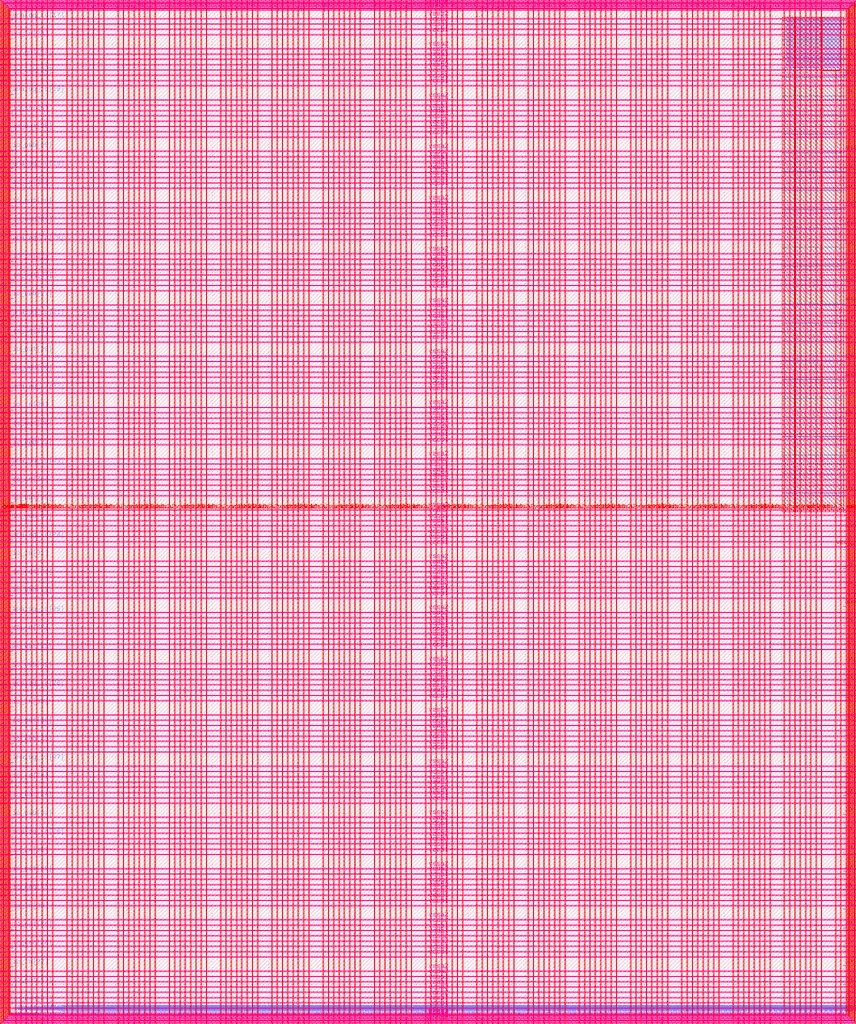
<source format=lef>
VERSION 5.7 ;
  NOWIREEXTENSIONATPIN ON ;
  DIVIDERCHAR "/" ;
  BUSBITCHARS "[]" ;
MACRO user_project_wrapper
  CLASS BLOCK ;
  FOREIGN user_project_wrapper ;
  ORIGIN 0.000 0.000 ;
  SIZE 2920.000 BY 3520.000 ;
  PIN analog_io[0]
    DIRECTION INOUT ;
    USE SIGNAL ;
    PORT
      LAYER met3 ;
        RECT 2917.600 1426.380 2924.800 1427.580 ;
    END
  END analog_io[0]
  PIN analog_io[10]
    DIRECTION INOUT ;
    USE SIGNAL ;
    PORT
      LAYER met2 ;
        RECT 2230.490 3517.600 2231.050 3524.800 ;
    END
  END analog_io[10]
  PIN analog_io[11]
    DIRECTION INOUT ;
    USE SIGNAL ;
    PORT
      LAYER met2 ;
        RECT 1905.730 3517.600 1906.290 3524.800 ;
    END
  END analog_io[11]
  PIN analog_io[12]
    DIRECTION INOUT ;
    USE SIGNAL ;
    PORT
      LAYER met2 ;
        RECT 1581.430 3517.600 1581.990 3524.800 ;
    END
  END analog_io[12]
  PIN analog_io[13]
    DIRECTION INOUT ;
    USE SIGNAL ;
    PORT
      LAYER met2 ;
        RECT 1257.130 3517.600 1257.690 3524.800 ;
    END
  END analog_io[13]
  PIN analog_io[14]
    DIRECTION INOUT ;
    USE SIGNAL ;
    PORT
      LAYER met2 ;
        RECT 932.370 3517.600 932.930 3524.800 ;
    END
  END analog_io[14]
  PIN analog_io[15]
    DIRECTION INOUT ;
    USE SIGNAL ;
    PORT
      LAYER met2 ;
        RECT 608.070 3517.600 608.630 3524.800 ;
    END
  END analog_io[15]
  PIN analog_io[16]
    DIRECTION INOUT ;
    USE SIGNAL ;
    PORT
      LAYER met2 ;
        RECT 283.770 3517.600 284.330 3524.800 ;
    END
  END analog_io[16]
  PIN analog_io[17]
    DIRECTION INOUT ;
    USE SIGNAL ;
    PORT
      LAYER met3 ;
        RECT -4.800 3486.100 2.400 3487.300 ;
    END
  END analog_io[17]
  PIN analog_io[18]
    DIRECTION INOUT ;
    USE SIGNAL ;
    PORT
      LAYER met3 ;
        RECT -4.800 3224.980 2.400 3226.180 ;
    END
  END analog_io[18]
  PIN analog_io[19]
    DIRECTION INOUT ;
    USE SIGNAL ;
    PORT
      LAYER met3 ;
        RECT -4.800 2964.540 2.400 2965.740 ;
    END
  END analog_io[19]
  PIN analog_io[1]
    DIRECTION INOUT ;
    USE SIGNAL ;
    PORT
      LAYER met3 ;
        RECT 2917.600 1692.260 2924.800 1693.460 ;
    END
  END analog_io[1]
  PIN analog_io[20]
    DIRECTION INOUT ;
    USE SIGNAL ;
    PORT
      LAYER met3 ;
        RECT -4.800 2703.420 2.400 2704.620 ;
    END
  END analog_io[20]
  PIN analog_io[21]
    DIRECTION INOUT ;
    USE SIGNAL ;
    PORT
      LAYER met3 ;
        RECT -4.800 2442.980 2.400 2444.180 ;
    END
  END analog_io[21]
  PIN analog_io[22]
    DIRECTION INOUT ;
    USE SIGNAL ;
    PORT
      LAYER met3 ;
        RECT -4.800 2182.540 2.400 2183.740 ;
    END
  END analog_io[22]
  PIN analog_io[23]
    DIRECTION INOUT ;
    USE SIGNAL ;
    PORT
      LAYER met3 ;
        RECT -4.800 1921.420 2.400 1922.620 ;
    END
  END analog_io[23]
  PIN analog_io[24]
    DIRECTION INOUT ;
    USE SIGNAL ;
    PORT
      LAYER met3 ;
        RECT -4.800 1660.980 2.400 1662.180 ;
    END
  END analog_io[24]
  PIN analog_io[25]
    DIRECTION INOUT ;
    USE SIGNAL ;
    PORT
      LAYER met3 ;
        RECT -4.800 1399.860 2.400 1401.060 ;
    END
  END analog_io[25]
  PIN analog_io[26]
    DIRECTION INOUT ;
    USE SIGNAL ;
    PORT
      LAYER met3 ;
        RECT -4.800 1139.420 2.400 1140.620 ;
    END
  END analog_io[26]
  PIN analog_io[27]
    DIRECTION INOUT ;
    USE SIGNAL ;
    PORT
      LAYER met3 ;
        RECT -4.800 878.980 2.400 880.180 ;
    END
  END analog_io[27]
  PIN analog_io[28]
    DIRECTION INOUT ;
    USE SIGNAL ;
    PORT
      LAYER met3 ;
        RECT -4.800 617.860 2.400 619.060 ;
    END
  END analog_io[28]
  PIN analog_io[2]
    DIRECTION INOUT ;
    USE SIGNAL ;
    PORT
      LAYER met3 ;
        RECT 2917.600 1958.140 2924.800 1959.340 ;
    END
  END analog_io[2]
  PIN analog_io[3]
    DIRECTION INOUT ;
    USE SIGNAL ;
    PORT
      LAYER met3 ;
        RECT 2917.600 2223.340 2924.800 2224.540 ;
    END
  END analog_io[3]
  PIN analog_io[4]
    DIRECTION INOUT ;
    USE SIGNAL ;
    PORT
      LAYER met3 ;
        RECT 2917.600 2489.220 2924.800 2490.420 ;
    END
  END analog_io[4]
  PIN analog_io[5]
    DIRECTION INOUT ;
    USE SIGNAL ;
    PORT
      LAYER met3 ;
        RECT 2917.600 2755.100 2924.800 2756.300 ;
    END
  END analog_io[5]
  PIN analog_io[6]
    DIRECTION INOUT ;
    USE SIGNAL ;
    PORT
      LAYER met3 ;
        RECT 2917.600 3020.300 2924.800 3021.500 ;
    END
  END analog_io[6]
  PIN analog_io[7]
    DIRECTION INOUT ;
    USE SIGNAL ;
    PORT
      LAYER met3 ;
        RECT 2917.600 3286.180 2924.800 3287.380 ;
    END
  END analog_io[7]
  PIN analog_io[8]
    DIRECTION INOUT ;
    USE SIGNAL ;
    PORT
      LAYER met2 ;
        RECT 2879.090 3517.600 2879.650 3524.800 ;
    END
  END analog_io[8]
  PIN analog_io[9]
    DIRECTION INOUT ;
    USE SIGNAL ;
    PORT
      LAYER met2 ;
        RECT 2554.790 3517.600 2555.350 3524.800 ;
    END
  END analog_io[9]
  PIN io_in[0]
    DIRECTION INPUT ;
    USE SIGNAL ;
    PORT
      LAYER met3 ;
        RECT 2917.600 32.380 2924.800 33.580 ;
    END
  END io_in[0]
  PIN io_in[10]
    DIRECTION INPUT ;
    USE SIGNAL ;
    PORT
      LAYER met3 ;
        RECT 2917.600 2289.980 2924.800 2291.180 ;
    END
  END io_in[10]
  PIN io_in[11]
    DIRECTION INPUT ;
    USE SIGNAL ;
    PORT
      LAYER met3 ;
        RECT 2917.600 2555.860 2924.800 2557.060 ;
    END
  END io_in[11]
  PIN io_in[12]
    DIRECTION INPUT ;
    USE SIGNAL ;
    PORT
      LAYER met3 ;
        RECT 2917.600 2821.060 2924.800 2822.260 ;
    END
  END io_in[12]
  PIN io_in[13]
    DIRECTION INPUT ;
    USE SIGNAL ;
    PORT
      LAYER met3 ;
        RECT 2917.600 3086.940 2924.800 3088.140 ;
    END
  END io_in[13]
  PIN io_in[14]
    DIRECTION INPUT ;
    USE SIGNAL ;
    PORT
      LAYER met3 ;
        RECT 2917.600 3352.820 2924.800 3354.020 ;
    END
  END io_in[14]
  PIN io_in[15]
    DIRECTION INPUT ;
    USE SIGNAL ;
    PORT
      LAYER met2 ;
        RECT 2798.130 3517.600 2798.690 3524.800 ;
    END
  END io_in[15]
  PIN io_in[16]
    DIRECTION INPUT ;
    USE SIGNAL ;
    PORT
      LAYER met2 ;
        RECT 2473.830 3517.600 2474.390 3524.800 ;
    END
  END io_in[16]
  PIN io_in[17]
    DIRECTION INPUT ;
    USE SIGNAL ;
    PORT
      LAYER met2 ;
        RECT 2149.070 3517.600 2149.630 3524.800 ;
    END
  END io_in[17]
  PIN io_in[18]
    DIRECTION INPUT ;
    USE SIGNAL ;
    PORT
      LAYER met2 ;
        RECT 1824.770 3517.600 1825.330 3524.800 ;
    END
  END io_in[18]
  PIN io_in[19]
    DIRECTION INPUT ;
    USE SIGNAL ;
    PORT
      LAYER met2 ;
        RECT 1500.470 3517.600 1501.030 3524.800 ;
    END
  END io_in[19]
  PIN io_in[1]
    DIRECTION INPUT ;
    USE SIGNAL ;
    PORT
      LAYER met3 ;
        RECT 2917.600 230.940 2924.800 232.140 ;
    END
  END io_in[1]
  PIN io_in[20]
    DIRECTION INPUT ;
    USE SIGNAL ;
    PORT
      LAYER met2 ;
        RECT 1175.710 3517.600 1176.270 3524.800 ;
    END
  END io_in[20]
  PIN io_in[21]
    DIRECTION INPUT ;
    USE SIGNAL ;
    PORT
      LAYER met2 ;
        RECT 851.410 3517.600 851.970 3524.800 ;
    END
  END io_in[21]
  PIN io_in[22]
    DIRECTION INPUT ;
    USE SIGNAL ;
    PORT
      LAYER met2 ;
        RECT 527.110 3517.600 527.670 3524.800 ;
    END
  END io_in[22]
  PIN io_in[23]
    DIRECTION INPUT ;
    USE SIGNAL ;
    PORT
      LAYER met2 ;
        RECT 202.350 3517.600 202.910 3524.800 ;
    END
  END io_in[23]
  PIN io_in[24]
    DIRECTION INPUT ;
    USE SIGNAL ;
    PORT
      LAYER met3 ;
        RECT -4.800 3420.820 2.400 3422.020 ;
    END
  END io_in[24]
  PIN io_in[25]
    DIRECTION INPUT ;
    USE SIGNAL ;
    PORT
      LAYER met3 ;
        RECT -4.800 3159.700 2.400 3160.900 ;
    END
  END io_in[25]
  PIN io_in[26]
    DIRECTION INPUT ;
    USE SIGNAL ;
    PORT
      LAYER met3 ;
        RECT -4.800 2899.260 2.400 2900.460 ;
    END
  END io_in[26]
  PIN io_in[27]
    DIRECTION INPUT ;
    USE SIGNAL ;
    PORT
      LAYER met3 ;
        RECT -4.800 2638.820 2.400 2640.020 ;
    END
  END io_in[27]
  PIN io_in[28]
    DIRECTION INPUT ;
    USE SIGNAL ;
    PORT
      LAYER met3 ;
        RECT -4.800 2377.700 2.400 2378.900 ;
    END
  END io_in[28]
  PIN io_in[29]
    DIRECTION INPUT ;
    USE SIGNAL ;
    PORT
      LAYER met3 ;
        RECT -4.800 2117.260 2.400 2118.460 ;
    END
  END io_in[29]
  PIN io_in[2]
    DIRECTION INPUT ;
    USE SIGNAL ;
    PORT
      LAYER met3 ;
        RECT 2917.600 430.180 2924.800 431.380 ;
    END
  END io_in[2]
  PIN io_in[30]
    DIRECTION INPUT ;
    USE SIGNAL ;
    PORT
      LAYER met3 ;
        RECT -4.800 1856.140 2.400 1857.340 ;
    END
  END io_in[30]
  PIN io_in[31]
    DIRECTION INPUT ;
    USE SIGNAL ;
    PORT
      LAYER met3 ;
        RECT -4.800 1595.700 2.400 1596.900 ;
    END
  END io_in[31]
  PIN io_in[32]
    DIRECTION INPUT ;
    USE SIGNAL ;
    PORT
      LAYER met3 ;
        RECT -4.800 1335.260 2.400 1336.460 ;
    END
  END io_in[32]
  PIN io_in[33]
    DIRECTION INPUT ;
    USE SIGNAL ;
    PORT
      LAYER met3 ;
        RECT -4.800 1074.140 2.400 1075.340 ;
    END
  END io_in[33]
  PIN io_in[34]
    DIRECTION INPUT ;
    USE SIGNAL ;
    PORT
      LAYER met3 ;
        RECT -4.800 813.700 2.400 814.900 ;
    END
  END io_in[34]
  PIN io_in[35]
    DIRECTION INPUT ;
    USE SIGNAL ;
    PORT
      LAYER met3 ;
        RECT -4.800 552.580 2.400 553.780 ;
    END
  END io_in[35]
  PIN io_in[36]
    DIRECTION INPUT ;
    USE SIGNAL ;
    PORT
      LAYER met3 ;
        RECT -4.800 357.420 2.400 358.620 ;
    END
  END io_in[36]
  PIN io_in[37]
    DIRECTION INPUT ;
    USE SIGNAL ;
    PORT
      LAYER met3 ;
        RECT -4.800 161.580 2.400 162.780 ;
    END
  END io_in[37]
  PIN io_in[3]
    DIRECTION INPUT ;
    USE SIGNAL ;
    PORT
      LAYER met3 ;
        RECT 2917.600 629.420 2924.800 630.620 ;
    END
  END io_in[3]
  PIN io_in[4]
    DIRECTION INPUT ;
    USE SIGNAL ;
    PORT
      LAYER met3 ;
        RECT 2917.600 828.660 2924.800 829.860 ;
    END
  END io_in[4]
  PIN io_in[5]
    DIRECTION INPUT ;
    USE SIGNAL ;
    PORT
      LAYER met3 ;
        RECT 2917.600 1027.900 2924.800 1029.100 ;
    END
  END io_in[5]
  PIN io_in[6]
    DIRECTION INPUT ;
    USE SIGNAL ;
    PORT
      LAYER met3 ;
        RECT 2917.600 1227.140 2924.800 1228.340 ;
    END
  END io_in[6]
  PIN io_in[7]
    DIRECTION INPUT ;
    USE SIGNAL ;
    PORT
      LAYER met3 ;
        RECT 2917.600 1493.020 2924.800 1494.220 ;
    END
  END io_in[7]
  PIN io_in[8]
    DIRECTION INPUT ;
    USE SIGNAL ;
    PORT
      LAYER met3 ;
        RECT 2917.600 1758.900 2924.800 1760.100 ;
    END
  END io_in[8]
  PIN io_in[9]
    DIRECTION INPUT ;
    USE SIGNAL ;
    PORT
      LAYER met3 ;
        RECT 2917.600 2024.100 2924.800 2025.300 ;
    END
  END io_in[9]
  PIN io_oeb[0]
    DIRECTION OUTPUT TRISTATE ;
    USE SIGNAL ;
    PORT
      LAYER met3 ;
        RECT 2917.600 164.980 2924.800 166.180 ;
    END
  END io_oeb[0]
  PIN io_oeb[10]
    DIRECTION OUTPUT TRISTATE ;
    USE SIGNAL ;
    PORT
      LAYER met3 ;
        RECT 2917.600 2422.580 2924.800 2423.780 ;
    END
  END io_oeb[10]
  PIN io_oeb[11]
    DIRECTION OUTPUT TRISTATE ;
    USE SIGNAL ;
    PORT
      LAYER met3 ;
        RECT 2917.600 2688.460 2924.800 2689.660 ;
    END
  END io_oeb[11]
  PIN io_oeb[12]
    DIRECTION OUTPUT TRISTATE ;
    USE SIGNAL ;
    PORT
      LAYER met3 ;
        RECT 2917.600 2954.340 2924.800 2955.540 ;
    END
  END io_oeb[12]
  PIN io_oeb[13]
    DIRECTION OUTPUT TRISTATE ;
    USE SIGNAL ;
    PORT
      LAYER met3 ;
        RECT 2917.600 3219.540 2924.800 3220.740 ;
    END
  END io_oeb[13]
  PIN io_oeb[14]
    DIRECTION OUTPUT TRISTATE ;
    USE SIGNAL ;
    PORT
      LAYER met3 ;
        RECT 2917.600 3485.420 2924.800 3486.620 ;
    END
  END io_oeb[14]
  PIN io_oeb[15]
    DIRECTION OUTPUT TRISTATE ;
    USE SIGNAL ;
    PORT
      LAYER met2 ;
        RECT 2635.750 3517.600 2636.310 3524.800 ;
    END
  END io_oeb[15]
  PIN io_oeb[16]
    DIRECTION OUTPUT TRISTATE ;
    USE SIGNAL ;
    PORT
      LAYER met2 ;
        RECT 2311.450 3517.600 2312.010 3524.800 ;
    END
  END io_oeb[16]
  PIN io_oeb[17]
    DIRECTION OUTPUT TRISTATE ;
    USE SIGNAL ;
    PORT
      LAYER met2 ;
        RECT 1987.150 3517.600 1987.710 3524.800 ;
    END
  END io_oeb[17]
  PIN io_oeb[18]
    DIRECTION OUTPUT TRISTATE ;
    USE SIGNAL ;
    PORT
      LAYER met2 ;
        RECT 1662.390 3517.600 1662.950 3524.800 ;
    END
  END io_oeb[18]
  PIN io_oeb[19]
    DIRECTION OUTPUT TRISTATE ;
    USE SIGNAL ;
    PORT
      LAYER met2 ;
        RECT 1338.090 3517.600 1338.650 3524.800 ;
    END
  END io_oeb[19]
  PIN io_oeb[1]
    DIRECTION OUTPUT TRISTATE ;
    USE SIGNAL ;
    PORT
      LAYER met3 ;
        RECT 2917.600 364.220 2924.800 365.420 ;
    END
  END io_oeb[1]
  PIN io_oeb[20]
    DIRECTION OUTPUT TRISTATE ;
    USE SIGNAL ;
    PORT
      LAYER met2 ;
        RECT 1013.790 3517.600 1014.350 3524.800 ;
    END
  END io_oeb[20]
  PIN io_oeb[21]
    DIRECTION OUTPUT TRISTATE ;
    USE SIGNAL ;
    PORT
      LAYER met2 ;
        RECT 689.030 3517.600 689.590 3524.800 ;
    END
  END io_oeb[21]
  PIN io_oeb[22]
    DIRECTION OUTPUT TRISTATE ;
    USE SIGNAL ;
    PORT
      LAYER met2 ;
        RECT 364.730 3517.600 365.290 3524.800 ;
    END
  END io_oeb[22]
  PIN io_oeb[23]
    DIRECTION OUTPUT TRISTATE ;
    USE SIGNAL ;
    PORT
      LAYER met2 ;
        RECT 40.430 3517.600 40.990 3524.800 ;
    END
  END io_oeb[23]
  PIN io_oeb[24]
    DIRECTION OUTPUT TRISTATE ;
    USE SIGNAL ;
    PORT
      LAYER met3 ;
        RECT -4.800 3290.260 2.400 3291.460 ;
    END
  END io_oeb[24]
  PIN io_oeb[25]
    DIRECTION OUTPUT TRISTATE ;
    USE SIGNAL ;
    PORT
      LAYER met3 ;
        RECT -4.800 3029.820 2.400 3031.020 ;
    END
  END io_oeb[25]
  PIN io_oeb[26]
    DIRECTION OUTPUT TRISTATE ;
    USE SIGNAL ;
    PORT
      LAYER met3 ;
        RECT -4.800 2768.700 2.400 2769.900 ;
    END
  END io_oeb[26]
  PIN io_oeb[27]
    DIRECTION OUTPUT TRISTATE ;
    USE SIGNAL ;
    PORT
      LAYER met3 ;
        RECT -4.800 2508.260 2.400 2509.460 ;
    END
  END io_oeb[27]
  PIN io_oeb[28]
    DIRECTION OUTPUT TRISTATE ;
    USE SIGNAL ;
    PORT
      LAYER met3 ;
        RECT -4.800 2247.140 2.400 2248.340 ;
    END
  END io_oeb[28]
  PIN io_oeb[29]
    DIRECTION OUTPUT TRISTATE ;
    USE SIGNAL ;
    PORT
      LAYER met3 ;
        RECT -4.800 1986.700 2.400 1987.900 ;
    END
  END io_oeb[29]
  PIN io_oeb[2]
    DIRECTION OUTPUT TRISTATE ;
    USE SIGNAL ;
    PORT
      LAYER met3 ;
        RECT 2917.600 563.460 2924.800 564.660 ;
    END
  END io_oeb[2]
  PIN io_oeb[30]
    DIRECTION OUTPUT TRISTATE ;
    USE SIGNAL ;
    PORT
      LAYER met3 ;
        RECT -4.800 1726.260 2.400 1727.460 ;
    END
  END io_oeb[30]
  PIN io_oeb[31]
    DIRECTION OUTPUT TRISTATE ;
    USE SIGNAL ;
    PORT
      LAYER met3 ;
        RECT -4.800 1465.140 2.400 1466.340 ;
    END
  END io_oeb[31]
  PIN io_oeb[32]
    DIRECTION OUTPUT TRISTATE ;
    USE SIGNAL ;
    PORT
      LAYER met3 ;
        RECT -4.800 1204.700 2.400 1205.900 ;
    END
  END io_oeb[32]
  PIN io_oeb[33]
    DIRECTION OUTPUT TRISTATE ;
    USE SIGNAL ;
    PORT
      LAYER met3 ;
        RECT -4.800 943.580 2.400 944.780 ;
    END
  END io_oeb[33]
  PIN io_oeb[34]
    DIRECTION OUTPUT TRISTATE ;
    USE SIGNAL ;
    PORT
      LAYER met3 ;
        RECT -4.800 683.140 2.400 684.340 ;
    END
  END io_oeb[34]
  PIN io_oeb[35]
    DIRECTION OUTPUT TRISTATE ;
    USE SIGNAL ;
    PORT
      LAYER met3 ;
        RECT -4.800 422.700 2.400 423.900 ;
    END
  END io_oeb[35]
  PIN io_oeb[36]
    DIRECTION OUTPUT TRISTATE ;
    USE SIGNAL ;
    PORT
      LAYER met3 ;
        RECT -4.800 226.860 2.400 228.060 ;
    END
  END io_oeb[36]
  PIN io_oeb[37]
    DIRECTION OUTPUT TRISTATE ;
    USE SIGNAL ;
    PORT
      LAYER met3 ;
        RECT -4.800 31.700 2.400 32.900 ;
    END
  END io_oeb[37]
  PIN io_oeb[3]
    DIRECTION OUTPUT TRISTATE ;
    USE SIGNAL ;
    PORT
      LAYER met3 ;
        RECT 2917.600 762.700 2924.800 763.900 ;
    END
  END io_oeb[3]
  PIN io_oeb[4]
    DIRECTION OUTPUT TRISTATE ;
    USE SIGNAL ;
    PORT
      LAYER met3 ;
        RECT 2917.600 961.940 2924.800 963.140 ;
    END
  END io_oeb[4]
  PIN io_oeb[5]
    DIRECTION OUTPUT TRISTATE ;
    USE SIGNAL ;
    PORT
      LAYER met3 ;
        RECT 2917.600 1161.180 2924.800 1162.380 ;
    END
  END io_oeb[5]
  PIN io_oeb[6]
    DIRECTION OUTPUT TRISTATE ;
    USE SIGNAL ;
    PORT
      LAYER met3 ;
        RECT 2917.600 1360.420 2924.800 1361.620 ;
    END
  END io_oeb[6]
  PIN io_oeb[7]
    DIRECTION OUTPUT TRISTATE ;
    USE SIGNAL ;
    PORT
      LAYER met3 ;
        RECT 2917.600 1625.620 2924.800 1626.820 ;
    END
  END io_oeb[7]
  PIN io_oeb[8]
    DIRECTION OUTPUT TRISTATE ;
    USE SIGNAL ;
    PORT
      LAYER met3 ;
        RECT 2917.600 1891.500 2924.800 1892.700 ;
    END
  END io_oeb[8]
  PIN io_oeb[9]
    DIRECTION OUTPUT TRISTATE ;
    USE SIGNAL ;
    PORT
      LAYER met3 ;
        RECT 2917.600 2157.380 2924.800 2158.580 ;
    END
  END io_oeb[9]
  PIN io_out[0]
    DIRECTION OUTPUT TRISTATE ;
    USE SIGNAL ;
    PORT
      LAYER met3 ;
        RECT 2917.600 98.340 2924.800 99.540 ;
    END
  END io_out[0]
  PIN io_out[10]
    DIRECTION OUTPUT TRISTATE ;
    USE SIGNAL ;
    PORT
      LAYER met3 ;
        RECT 2917.600 2356.620 2924.800 2357.820 ;
    END
  END io_out[10]
  PIN io_out[11]
    DIRECTION OUTPUT TRISTATE ;
    USE SIGNAL ;
    PORT
      LAYER met3 ;
        RECT 2917.600 2621.820 2924.800 2623.020 ;
    END
  END io_out[11]
  PIN io_out[12]
    DIRECTION OUTPUT TRISTATE ;
    USE SIGNAL ;
    PORT
      LAYER met3 ;
        RECT 2917.600 2887.700 2924.800 2888.900 ;
    END
  END io_out[12]
  PIN io_out[13]
    DIRECTION OUTPUT TRISTATE ;
    USE SIGNAL ;
    PORT
      LAYER met3 ;
        RECT 2917.600 3153.580 2924.800 3154.780 ;
    END
  END io_out[13]
  PIN io_out[14]
    DIRECTION OUTPUT TRISTATE ;
    USE SIGNAL ;
    PORT
      LAYER met3 ;
        RECT 2917.600 3418.780 2924.800 3419.980 ;
    END
  END io_out[14]
  PIN io_out[15]
    DIRECTION OUTPUT TRISTATE ;
    USE SIGNAL ;
    PORT
      LAYER met2 ;
        RECT 2717.170 3517.600 2717.730 3524.800 ;
    END
  END io_out[15]
  PIN io_out[16]
    DIRECTION OUTPUT TRISTATE ;
    USE SIGNAL ;
    PORT
      LAYER met2 ;
        RECT 2392.410 3517.600 2392.970 3524.800 ;
    END
  END io_out[16]
  PIN io_out[17]
    DIRECTION OUTPUT TRISTATE ;
    USE SIGNAL ;
    PORT
      LAYER met2 ;
        RECT 2068.110 3517.600 2068.670 3524.800 ;
    END
  END io_out[17]
  PIN io_out[18]
    DIRECTION OUTPUT TRISTATE ;
    USE SIGNAL ;
    PORT
      LAYER met2 ;
        RECT 1743.810 3517.600 1744.370 3524.800 ;
    END
  END io_out[18]
  PIN io_out[19]
    DIRECTION OUTPUT TRISTATE ;
    USE SIGNAL ;
    PORT
      LAYER met2 ;
        RECT 1419.050 3517.600 1419.610 3524.800 ;
    END
  END io_out[19]
  PIN io_out[1]
    DIRECTION OUTPUT TRISTATE ;
    USE SIGNAL ;
    PORT
      LAYER met3 ;
        RECT 2917.600 297.580 2924.800 298.780 ;
    END
  END io_out[1]
  PIN io_out[20]
    DIRECTION OUTPUT TRISTATE ;
    USE SIGNAL ;
    PORT
      LAYER met2 ;
        RECT 1094.750 3517.600 1095.310 3524.800 ;
    END
  END io_out[20]
  PIN io_out[21]
    DIRECTION OUTPUT TRISTATE ;
    USE SIGNAL ;
    PORT
      LAYER met2 ;
        RECT 770.450 3517.600 771.010 3524.800 ;
    END
  END io_out[21]
  PIN io_out[22]
    DIRECTION OUTPUT TRISTATE ;
    USE SIGNAL ;
    PORT
      LAYER met2 ;
        RECT 445.690 3517.600 446.250 3524.800 ;
    END
  END io_out[22]
  PIN io_out[23]
    DIRECTION OUTPUT TRISTATE ;
    USE SIGNAL ;
    PORT
      LAYER met2 ;
        RECT 121.390 3517.600 121.950 3524.800 ;
    END
  END io_out[23]
  PIN io_out[24]
    DIRECTION OUTPUT TRISTATE ;
    USE SIGNAL ;
    PORT
      LAYER met3 ;
        RECT -4.800 3355.540 2.400 3356.740 ;
    END
  END io_out[24]
  PIN io_out[25]
    DIRECTION OUTPUT TRISTATE ;
    USE SIGNAL ;
    PORT
      LAYER met3 ;
        RECT -4.800 3095.100 2.400 3096.300 ;
    END
  END io_out[25]
  PIN io_out[26]
    DIRECTION OUTPUT TRISTATE ;
    USE SIGNAL ;
    PORT
      LAYER met3 ;
        RECT -4.800 2833.980 2.400 2835.180 ;
    END
  END io_out[26]
  PIN io_out[27]
    DIRECTION OUTPUT TRISTATE ;
    USE SIGNAL ;
    PORT
      LAYER met3 ;
        RECT -4.800 2573.540 2.400 2574.740 ;
    END
  END io_out[27]
  PIN io_out[28]
    DIRECTION OUTPUT TRISTATE ;
    USE SIGNAL ;
    PORT
      LAYER met3 ;
        RECT -4.800 2312.420 2.400 2313.620 ;
    END
  END io_out[28]
  PIN io_out[29]
    DIRECTION OUTPUT TRISTATE ;
    USE SIGNAL ;
    PORT
      LAYER met3 ;
        RECT -4.800 2051.980 2.400 2053.180 ;
    END
  END io_out[29]
  PIN io_out[2]
    DIRECTION OUTPUT TRISTATE ;
    USE SIGNAL ;
    PORT
      LAYER met3 ;
        RECT 2917.600 496.820 2924.800 498.020 ;
    END
  END io_out[2]
  PIN io_out[30]
    DIRECTION OUTPUT TRISTATE ;
    USE SIGNAL ;
    PORT
      LAYER met3 ;
        RECT -4.800 1791.540 2.400 1792.740 ;
    END
  END io_out[30]
  PIN io_out[31]
    DIRECTION OUTPUT TRISTATE ;
    USE SIGNAL ;
    PORT
      LAYER met3 ;
        RECT -4.800 1530.420 2.400 1531.620 ;
    END
  END io_out[31]
  PIN io_out[32]
    DIRECTION OUTPUT TRISTATE ;
    USE SIGNAL ;
    PORT
      LAYER met3 ;
        RECT -4.800 1269.980 2.400 1271.180 ;
    END
  END io_out[32]
  PIN io_out[33]
    DIRECTION OUTPUT TRISTATE ;
    USE SIGNAL ;
    PORT
      LAYER met3 ;
        RECT -4.800 1008.860 2.400 1010.060 ;
    END
  END io_out[33]
  PIN io_out[34]
    DIRECTION OUTPUT TRISTATE ;
    USE SIGNAL ;
    PORT
      LAYER met3 ;
        RECT -4.800 748.420 2.400 749.620 ;
    END
  END io_out[34]
  PIN io_out[35]
    DIRECTION OUTPUT TRISTATE ;
    USE SIGNAL ;
    PORT
      LAYER met3 ;
        RECT -4.800 487.300 2.400 488.500 ;
    END
  END io_out[35]
  PIN io_out[36]
    DIRECTION OUTPUT TRISTATE ;
    USE SIGNAL ;
    PORT
      LAYER met3 ;
        RECT -4.800 292.140 2.400 293.340 ;
    END
  END io_out[36]
  PIN io_out[37]
    DIRECTION OUTPUT TRISTATE ;
    USE SIGNAL ;
    PORT
      LAYER met3 ;
        RECT -4.800 96.300 2.400 97.500 ;
    END
  END io_out[37]
  PIN io_out[3]
    DIRECTION OUTPUT TRISTATE ;
    USE SIGNAL ;
    PORT
      LAYER met3 ;
        RECT 2917.600 696.060 2924.800 697.260 ;
    END
  END io_out[3]
  PIN io_out[4]
    DIRECTION OUTPUT TRISTATE ;
    USE SIGNAL ;
    PORT
      LAYER met3 ;
        RECT 2917.600 895.300 2924.800 896.500 ;
    END
  END io_out[4]
  PIN io_out[5]
    DIRECTION OUTPUT TRISTATE ;
    USE SIGNAL ;
    PORT
      LAYER met3 ;
        RECT 2917.600 1094.540 2924.800 1095.740 ;
    END
  END io_out[5]
  PIN io_out[6]
    DIRECTION OUTPUT TRISTATE ;
    USE SIGNAL ;
    PORT
      LAYER met3 ;
        RECT 2917.600 1293.780 2924.800 1294.980 ;
    END
  END io_out[6]
  PIN io_out[7]
    DIRECTION OUTPUT TRISTATE ;
    USE SIGNAL ;
    PORT
      LAYER met3 ;
        RECT 2917.600 1559.660 2924.800 1560.860 ;
    END
  END io_out[7]
  PIN io_out[8]
    DIRECTION OUTPUT TRISTATE ;
    USE SIGNAL ;
    PORT
      LAYER met3 ;
        RECT 2917.600 1824.860 2924.800 1826.060 ;
    END
  END io_out[8]
  PIN io_out[9]
    DIRECTION OUTPUT TRISTATE ;
    USE SIGNAL ;
    PORT
      LAYER met3 ;
        RECT 2917.600 2090.740 2924.800 2091.940 ;
    END
  END io_out[9]
  PIN la_data_in[0]
    DIRECTION INPUT ;
    USE SIGNAL ;
    PORT
      LAYER met2 ;
        RECT 629.230 -4.800 629.790 2.400 ;
    END
  END la_data_in[0]
  PIN la_data_in[100]
    DIRECTION INPUT ;
    USE SIGNAL ;
    PORT
      LAYER met2 ;
        RECT 2402.530 -4.800 2403.090 2.400 ;
    END
  END la_data_in[100]
  PIN la_data_in[101]
    DIRECTION INPUT ;
    USE SIGNAL ;
    PORT
      LAYER met2 ;
        RECT 2420.010 -4.800 2420.570 2.400 ;
    END
  END la_data_in[101]
  PIN la_data_in[102]
    DIRECTION INPUT ;
    USE SIGNAL ;
    PORT
      LAYER met2 ;
        RECT 2437.950 -4.800 2438.510 2.400 ;
    END
  END la_data_in[102]
  PIN la_data_in[103]
    DIRECTION INPUT ;
    USE SIGNAL ;
    PORT
      LAYER met2 ;
        RECT 2455.430 -4.800 2455.990 2.400 ;
    END
  END la_data_in[103]
  PIN la_data_in[104]
    DIRECTION INPUT ;
    USE SIGNAL ;
    PORT
      LAYER met2 ;
        RECT 2473.370 -4.800 2473.930 2.400 ;
    END
  END la_data_in[104]
  PIN la_data_in[105]
    DIRECTION INPUT ;
    USE SIGNAL ;
    PORT
      LAYER met2 ;
        RECT 2490.850 -4.800 2491.410 2.400 ;
    END
  END la_data_in[105]
  PIN la_data_in[106]
    DIRECTION INPUT ;
    USE SIGNAL ;
    PORT
      LAYER met2 ;
        RECT 2508.790 -4.800 2509.350 2.400 ;
    END
  END la_data_in[106]
  PIN la_data_in[107]
    DIRECTION INPUT ;
    USE SIGNAL ;
    PORT
      LAYER met2 ;
        RECT 2526.730 -4.800 2527.290 2.400 ;
    END
  END la_data_in[107]
  PIN la_data_in[108]
    DIRECTION INPUT ;
    USE SIGNAL ;
    PORT
      LAYER met2 ;
        RECT 2544.210 -4.800 2544.770 2.400 ;
    END
  END la_data_in[108]
  PIN la_data_in[109]
    DIRECTION INPUT ;
    USE SIGNAL ;
    PORT
      LAYER met2 ;
        RECT 2562.150 -4.800 2562.710 2.400 ;
    END
  END la_data_in[109]
  PIN la_data_in[10]
    DIRECTION INPUT ;
    USE SIGNAL ;
    PORT
      LAYER met2 ;
        RECT 806.330 -4.800 806.890 2.400 ;
    END
  END la_data_in[10]
  PIN la_data_in[110]
    DIRECTION INPUT ;
    USE SIGNAL ;
    PORT
      LAYER met2 ;
        RECT 2579.630 -4.800 2580.190 2.400 ;
    END
  END la_data_in[110]
  PIN la_data_in[111]
    DIRECTION INPUT ;
    USE SIGNAL ;
    PORT
      LAYER met2 ;
        RECT 2597.570 -4.800 2598.130 2.400 ;
    END
  END la_data_in[111]
  PIN la_data_in[112]
    DIRECTION INPUT ;
    USE SIGNAL ;
    PORT
      LAYER met2 ;
        RECT 2615.050 -4.800 2615.610 2.400 ;
    END
  END la_data_in[112]
  PIN la_data_in[113]
    DIRECTION INPUT ;
    USE SIGNAL ;
    PORT
      LAYER met2 ;
        RECT 2632.990 -4.800 2633.550 2.400 ;
    END
  END la_data_in[113]
  PIN la_data_in[114]
    DIRECTION INPUT ;
    USE SIGNAL ;
    PORT
      LAYER met2 ;
        RECT 2650.470 -4.800 2651.030 2.400 ;
    END
  END la_data_in[114]
  PIN la_data_in[115]
    DIRECTION INPUT ;
    USE SIGNAL ;
    PORT
      LAYER met2 ;
        RECT 2668.410 -4.800 2668.970 2.400 ;
    END
  END la_data_in[115]
  PIN la_data_in[116]
    DIRECTION INPUT ;
    USE SIGNAL ;
    PORT
      LAYER met2 ;
        RECT 2685.890 -4.800 2686.450 2.400 ;
    END
  END la_data_in[116]
  PIN la_data_in[117]
    DIRECTION INPUT ;
    USE SIGNAL ;
    PORT
      LAYER met2 ;
        RECT 2703.830 -4.800 2704.390 2.400 ;
    END
  END la_data_in[117]
  PIN la_data_in[118]
    DIRECTION INPUT ;
    USE SIGNAL ;
    PORT
      LAYER met2 ;
        RECT 2721.770 -4.800 2722.330 2.400 ;
    END
  END la_data_in[118]
  PIN la_data_in[119]
    DIRECTION INPUT ;
    USE SIGNAL ;
    PORT
      LAYER met2 ;
        RECT 2739.250 -4.800 2739.810 2.400 ;
    END
  END la_data_in[119]
  PIN la_data_in[11]
    DIRECTION INPUT ;
    USE SIGNAL ;
    PORT
      LAYER met2 ;
        RECT 824.270 -4.800 824.830 2.400 ;
    END
  END la_data_in[11]
  PIN la_data_in[120]
    DIRECTION INPUT ;
    USE SIGNAL ;
    PORT
      LAYER met2 ;
        RECT 2757.190 -4.800 2757.750 2.400 ;
    END
  END la_data_in[120]
  PIN la_data_in[121]
    DIRECTION INPUT ;
    USE SIGNAL ;
    PORT
      LAYER met2 ;
        RECT 2774.670 -4.800 2775.230 2.400 ;
    END
  END la_data_in[121]
  PIN la_data_in[122]
    DIRECTION INPUT ;
    USE SIGNAL ;
    PORT
      LAYER met2 ;
        RECT 2792.610 -4.800 2793.170 2.400 ;
    END
  END la_data_in[122]
  PIN la_data_in[123]
    DIRECTION INPUT ;
    USE SIGNAL ;
    PORT
      LAYER met2 ;
        RECT 2810.090 -4.800 2810.650 2.400 ;
    END
  END la_data_in[123]
  PIN la_data_in[124]
    DIRECTION INPUT ;
    USE SIGNAL ;
    PORT
      LAYER met2 ;
        RECT 2828.030 -4.800 2828.590 2.400 ;
    END
  END la_data_in[124]
  PIN la_data_in[125]
    DIRECTION INPUT ;
    USE SIGNAL ;
    PORT
      LAYER met2 ;
        RECT 2845.510 -4.800 2846.070 2.400 ;
    END
  END la_data_in[125]
  PIN la_data_in[126]
    DIRECTION INPUT ;
    USE SIGNAL ;
    PORT
      LAYER met2 ;
        RECT 2863.450 -4.800 2864.010 2.400 ;
    END
  END la_data_in[126]
  PIN la_data_in[127]
    DIRECTION INPUT ;
    USE SIGNAL ;
    PORT
      LAYER met2 ;
        RECT 2881.390 -4.800 2881.950 2.400 ;
    END
  END la_data_in[127]
  PIN la_data_in[12]
    DIRECTION INPUT ;
    USE SIGNAL ;
    PORT
      LAYER met2 ;
        RECT 841.750 -4.800 842.310 2.400 ;
    END
  END la_data_in[12]
  PIN la_data_in[13]
    DIRECTION INPUT ;
    USE SIGNAL ;
    PORT
      LAYER met2 ;
        RECT 859.690 -4.800 860.250 2.400 ;
    END
  END la_data_in[13]
  PIN la_data_in[14]
    DIRECTION INPUT ;
    USE SIGNAL ;
    PORT
      LAYER met2 ;
        RECT 877.170 -4.800 877.730 2.400 ;
    END
  END la_data_in[14]
  PIN la_data_in[15]
    DIRECTION INPUT ;
    USE SIGNAL ;
    PORT
      LAYER met2 ;
        RECT 895.110 -4.800 895.670 2.400 ;
    END
  END la_data_in[15]
  PIN la_data_in[16]
    DIRECTION INPUT ;
    USE SIGNAL ;
    PORT
      LAYER met2 ;
        RECT 912.590 -4.800 913.150 2.400 ;
    END
  END la_data_in[16]
  PIN la_data_in[17]
    DIRECTION INPUT ;
    USE SIGNAL ;
    PORT
      LAYER met2 ;
        RECT 930.530 -4.800 931.090 2.400 ;
    END
  END la_data_in[17]
  PIN la_data_in[18]
    DIRECTION INPUT ;
    USE SIGNAL ;
    PORT
      LAYER met2 ;
        RECT 948.470 -4.800 949.030 2.400 ;
    END
  END la_data_in[18]
  PIN la_data_in[19]
    DIRECTION INPUT ;
    USE SIGNAL ;
    PORT
      LAYER met2 ;
        RECT 965.950 -4.800 966.510 2.400 ;
    END
  END la_data_in[19]
  PIN la_data_in[1]
    DIRECTION INPUT ;
    USE SIGNAL ;
    PORT
      LAYER met2 ;
        RECT 646.710 -4.800 647.270 2.400 ;
    END
  END la_data_in[1]
  PIN la_data_in[20]
    DIRECTION INPUT ;
    USE SIGNAL ;
    PORT
      LAYER met2 ;
        RECT 983.890 -4.800 984.450 2.400 ;
    END
  END la_data_in[20]
  PIN la_data_in[21]
    DIRECTION INPUT ;
    USE SIGNAL ;
    PORT
      LAYER met2 ;
        RECT 1001.370 -4.800 1001.930 2.400 ;
    END
  END la_data_in[21]
  PIN la_data_in[22]
    DIRECTION INPUT ;
    USE SIGNAL ;
    PORT
      LAYER met2 ;
        RECT 1019.310 -4.800 1019.870 2.400 ;
    END
  END la_data_in[22]
  PIN la_data_in[23]
    DIRECTION INPUT ;
    USE SIGNAL ;
    PORT
      LAYER met2 ;
        RECT 1036.790 -4.800 1037.350 2.400 ;
    END
  END la_data_in[23]
  PIN la_data_in[24]
    DIRECTION INPUT ;
    USE SIGNAL ;
    PORT
      LAYER met2 ;
        RECT 1054.730 -4.800 1055.290 2.400 ;
    END
  END la_data_in[24]
  PIN la_data_in[25]
    DIRECTION INPUT ;
    USE SIGNAL ;
    PORT
      LAYER met2 ;
        RECT 1072.210 -4.800 1072.770 2.400 ;
    END
  END la_data_in[25]
  PIN la_data_in[26]
    DIRECTION INPUT ;
    USE SIGNAL ;
    PORT
      LAYER met2 ;
        RECT 1090.150 -4.800 1090.710 2.400 ;
    END
  END la_data_in[26]
  PIN la_data_in[27]
    DIRECTION INPUT ;
    USE SIGNAL ;
    PORT
      LAYER met2 ;
        RECT 1107.630 -4.800 1108.190 2.400 ;
    END
  END la_data_in[27]
  PIN la_data_in[28]
    DIRECTION INPUT ;
    USE SIGNAL ;
    PORT
      LAYER met2 ;
        RECT 1125.570 -4.800 1126.130 2.400 ;
    END
  END la_data_in[28]
  PIN la_data_in[29]
    DIRECTION INPUT ;
    USE SIGNAL ;
    PORT
      LAYER met2 ;
        RECT 1143.510 -4.800 1144.070 2.400 ;
    END
  END la_data_in[29]
  PIN la_data_in[2]
    DIRECTION INPUT ;
    USE SIGNAL ;
    PORT
      LAYER met2 ;
        RECT 664.650 -4.800 665.210 2.400 ;
    END
  END la_data_in[2]
  PIN la_data_in[30]
    DIRECTION INPUT ;
    USE SIGNAL ;
    PORT
      LAYER met2 ;
        RECT 1160.990 -4.800 1161.550 2.400 ;
    END
  END la_data_in[30]
  PIN la_data_in[31]
    DIRECTION INPUT ;
    USE SIGNAL ;
    PORT
      LAYER met2 ;
        RECT 1178.930 -4.800 1179.490 2.400 ;
    END
  END la_data_in[31]
  PIN la_data_in[32]
    DIRECTION INPUT ;
    USE SIGNAL ;
    PORT
      LAYER met2 ;
        RECT 1196.410 -4.800 1196.970 2.400 ;
    END
  END la_data_in[32]
  PIN la_data_in[33]
    DIRECTION INPUT ;
    USE SIGNAL ;
    PORT
      LAYER met2 ;
        RECT 1214.350 -4.800 1214.910 2.400 ;
    END
  END la_data_in[33]
  PIN la_data_in[34]
    DIRECTION INPUT ;
    USE SIGNAL ;
    PORT
      LAYER met2 ;
        RECT 1231.830 -4.800 1232.390 2.400 ;
    END
  END la_data_in[34]
  PIN la_data_in[35]
    DIRECTION INPUT ;
    USE SIGNAL ;
    PORT
      LAYER met2 ;
        RECT 1249.770 -4.800 1250.330 2.400 ;
    END
  END la_data_in[35]
  PIN la_data_in[36]
    DIRECTION INPUT ;
    USE SIGNAL ;
    PORT
      LAYER met2 ;
        RECT 1267.250 -4.800 1267.810 2.400 ;
    END
  END la_data_in[36]
  PIN la_data_in[37]
    DIRECTION INPUT ;
    USE SIGNAL ;
    PORT
      LAYER met2 ;
        RECT 1285.190 -4.800 1285.750 2.400 ;
    END
  END la_data_in[37]
  PIN la_data_in[38]
    DIRECTION INPUT ;
    USE SIGNAL ;
    PORT
      LAYER met2 ;
        RECT 1303.130 -4.800 1303.690 2.400 ;
    END
  END la_data_in[38]
  PIN la_data_in[39]
    DIRECTION INPUT ;
    USE SIGNAL ;
    PORT
      LAYER met2 ;
        RECT 1320.610 -4.800 1321.170 2.400 ;
    END
  END la_data_in[39]
  PIN la_data_in[3]
    DIRECTION INPUT ;
    USE SIGNAL ;
    PORT
      LAYER met2 ;
        RECT 682.130 -4.800 682.690 2.400 ;
    END
  END la_data_in[3]
  PIN la_data_in[40]
    DIRECTION INPUT ;
    USE SIGNAL ;
    PORT
      LAYER met2 ;
        RECT 1338.550 -4.800 1339.110 2.400 ;
    END
  END la_data_in[40]
  PIN la_data_in[41]
    DIRECTION INPUT ;
    USE SIGNAL ;
    PORT
      LAYER met2 ;
        RECT 1356.030 -4.800 1356.590 2.400 ;
    END
  END la_data_in[41]
  PIN la_data_in[42]
    DIRECTION INPUT ;
    USE SIGNAL ;
    PORT
      LAYER met2 ;
        RECT 1373.970 -4.800 1374.530 2.400 ;
    END
  END la_data_in[42]
  PIN la_data_in[43]
    DIRECTION INPUT ;
    USE SIGNAL ;
    PORT
      LAYER met2 ;
        RECT 1391.450 -4.800 1392.010 2.400 ;
    END
  END la_data_in[43]
  PIN la_data_in[44]
    DIRECTION INPUT ;
    USE SIGNAL ;
    PORT
      LAYER met2 ;
        RECT 1409.390 -4.800 1409.950 2.400 ;
    END
  END la_data_in[44]
  PIN la_data_in[45]
    DIRECTION INPUT ;
    USE SIGNAL ;
    PORT
      LAYER met2 ;
        RECT 1426.870 -4.800 1427.430 2.400 ;
    END
  END la_data_in[45]
  PIN la_data_in[46]
    DIRECTION INPUT ;
    USE SIGNAL ;
    PORT
      LAYER met2 ;
        RECT 1444.810 -4.800 1445.370 2.400 ;
    END
  END la_data_in[46]
  PIN la_data_in[47]
    DIRECTION INPUT ;
    USE SIGNAL ;
    PORT
      LAYER met2 ;
        RECT 1462.750 -4.800 1463.310 2.400 ;
    END
  END la_data_in[47]
  PIN la_data_in[48]
    DIRECTION INPUT ;
    USE SIGNAL ;
    PORT
      LAYER met2 ;
        RECT 1480.230 -4.800 1480.790 2.400 ;
    END
  END la_data_in[48]
  PIN la_data_in[49]
    DIRECTION INPUT ;
    USE SIGNAL ;
    PORT
      LAYER met2 ;
        RECT 1498.170 -4.800 1498.730 2.400 ;
    END
  END la_data_in[49]
  PIN la_data_in[4]
    DIRECTION INPUT ;
    USE SIGNAL ;
    PORT
      LAYER met2 ;
        RECT 700.070 -4.800 700.630 2.400 ;
    END
  END la_data_in[4]
  PIN la_data_in[50]
    DIRECTION INPUT ;
    USE SIGNAL ;
    PORT
      LAYER met2 ;
        RECT 1515.650 -4.800 1516.210 2.400 ;
    END
  END la_data_in[50]
  PIN la_data_in[51]
    DIRECTION INPUT ;
    USE SIGNAL ;
    PORT
      LAYER met2 ;
        RECT 1533.590 -4.800 1534.150 2.400 ;
    END
  END la_data_in[51]
  PIN la_data_in[52]
    DIRECTION INPUT ;
    USE SIGNAL ;
    PORT
      LAYER met2 ;
        RECT 1551.070 -4.800 1551.630 2.400 ;
    END
  END la_data_in[52]
  PIN la_data_in[53]
    DIRECTION INPUT ;
    USE SIGNAL ;
    PORT
      LAYER met2 ;
        RECT 1569.010 -4.800 1569.570 2.400 ;
    END
  END la_data_in[53]
  PIN la_data_in[54]
    DIRECTION INPUT ;
    USE SIGNAL ;
    PORT
      LAYER met2 ;
        RECT 1586.490 -4.800 1587.050 2.400 ;
    END
  END la_data_in[54]
  PIN la_data_in[55]
    DIRECTION INPUT ;
    USE SIGNAL ;
    PORT
      LAYER met2 ;
        RECT 1604.430 -4.800 1604.990 2.400 ;
    END
  END la_data_in[55]
  PIN la_data_in[56]
    DIRECTION INPUT ;
    USE SIGNAL ;
    PORT
      LAYER met2 ;
        RECT 1621.910 -4.800 1622.470 2.400 ;
    END
  END la_data_in[56]
  PIN la_data_in[57]
    DIRECTION INPUT ;
    USE SIGNAL ;
    PORT
      LAYER met2 ;
        RECT 1639.850 -4.800 1640.410 2.400 ;
    END
  END la_data_in[57]
  PIN la_data_in[58]
    DIRECTION INPUT ;
    USE SIGNAL ;
    PORT
      LAYER met2 ;
        RECT 1657.790 -4.800 1658.350 2.400 ;
    END
  END la_data_in[58]
  PIN la_data_in[59]
    DIRECTION INPUT ;
    USE SIGNAL ;
    PORT
      LAYER met2 ;
        RECT 1675.270 -4.800 1675.830 2.400 ;
    END
  END la_data_in[59]
  PIN la_data_in[5]
    DIRECTION INPUT ;
    USE SIGNAL ;
    PORT
      LAYER met2 ;
        RECT 717.550 -4.800 718.110 2.400 ;
    END
  END la_data_in[5]
  PIN la_data_in[60]
    DIRECTION INPUT ;
    USE SIGNAL ;
    PORT
      LAYER met2 ;
        RECT 1693.210 -4.800 1693.770 2.400 ;
    END
  END la_data_in[60]
  PIN la_data_in[61]
    DIRECTION INPUT ;
    USE SIGNAL ;
    PORT
      LAYER met2 ;
        RECT 1710.690 -4.800 1711.250 2.400 ;
    END
  END la_data_in[61]
  PIN la_data_in[62]
    DIRECTION INPUT ;
    USE SIGNAL ;
    PORT
      LAYER met2 ;
        RECT 1728.630 -4.800 1729.190 2.400 ;
    END
  END la_data_in[62]
  PIN la_data_in[63]
    DIRECTION INPUT ;
    USE SIGNAL ;
    PORT
      LAYER met2 ;
        RECT 1746.110 -4.800 1746.670 2.400 ;
    END
  END la_data_in[63]
  PIN la_data_in[64]
    DIRECTION INPUT ;
    USE SIGNAL ;
    PORT
      LAYER met2 ;
        RECT 1764.050 -4.800 1764.610 2.400 ;
    END
  END la_data_in[64]
  PIN la_data_in[65]
    DIRECTION INPUT ;
    USE SIGNAL ;
    PORT
      LAYER met2 ;
        RECT 1781.530 -4.800 1782.090 2.400 ;
    END
  END la_data_in[65]
  PIN la_data_in[66]
    DIRECTION INPUT ;
    USE SIGNAL ;
    PORT
      LAYER met2 ;
        RECT 1799.470 -4.800 1800.030 2.400 ;
    END
  END la_data_in[66]
  PIN la_data_in[67]
    DIRECTION INPUT ;
    USE SIGNAL ;
    PORT
      LAYER met2 ;
        RECT 1817.410 -4.800 1817.970 2.400 ;
    END
  END la_data_in[67]
  PIN la_data_in[68]
    DIRECTION INPUT ;
    USE SIGNAL ;
    PORT
      LAYER met2 ;
        RECT 1834.890 -4.800 1835.450 2.400 ;
    END
  END la_data_in[68]
  PIN la_data_in[69]
    DIRECTION INPUT ;
    USE SIGNAL ;
    PORT
      LAYER met2 ;
        RECT 1852.830 -4.800 1853.390 2.400 ;
    END
  END la_data_in[69]
  PIN la_data_in[6]
    DIRECTION INPUT ;
    USE SIGNAL ;
    PORT
      LAYER met2 ;
        RECT 735.490 -4.800 736.050 2.400 ;
    END
  END la_data_in[6]
  PIN la_data_in[70]
    DIRECTION INPUT ;
    USE SIGNAL ;
    PORT
      LAYER met2 ;
        RECT 1870.310 -4.800 1870.870 2.400 ;
    END
  END la_data_in[70]
  PIN la_data_in[71]
    DIRECTION INPUT ;
    USE SIGNAL ;
    PORT
      LAYER met2 ;
        RECT 1888.250 -4.800 1888.810 2.400 ;
    END
  END la_data_in[71]
  PIN la_data_in[72]
    DIRECTION INPUT ;
    USE SIGNAL ;
    PORT
      LAYER met2 ;
        RECT 1905.730 -4.800 1906.290 2.400 ;
    END
  END la_data_in[72]
  PIN la_data_in[73]
    DIRECTION INPUT ;
    USE SIGNAL ;
    PORT
      LAYER met2 ;
        RECT 1923.670 -4.800 1924.230 2.400 ;
    END
  END la_data_in[73]
  PIN la_data_in[74]
    DIRECTION INPUT ;
    USE SIGNAL ;
    PORT
      LAYER met2 ;
        RECT 1941.150 -4.800 1941.710 2.400 ;
    END
  END la_data_in[74]
  PIN la_data_in[75]
    DIRECTION INPUT ;
    USE SIGNAL ;
    PORT
      LAYER met2 ;
        RECT 1959.090 -4.800 1959.650 2.400 ;
    END
  END la_data_in[75]
  PIN la_data_in[76]
    DIRECTION INPUT ;
    USE SIGNAL ;
    PORT
      LAYER met2 ;
        RECT 1976.570 -4.800 1977.130 2.400 ;
    END
  END la_data_in[76]
  PIN la_data_in[77]
    DIRECTION INPUT ;
    USE SIGNAL ;
    PORT
      LAYER met2 ;
        RECT 1994.510 -4.800 1995.070 2.400 ;
    END
  END la_data_in[77]
  PIN la_data_in[78]
    DIRECTION INPUT ;
    USE SIGNAL ;
    PORT
      LAYER met2 ;
        RECT 2012.450 -4.800 2013.010 2.400 ;
    END
  END la_data_in[78]
  PIN la_data_in[79]
    DIRECTION INPUT ;
    USE SIGNAL ;
    PORT
      LAYER met2 ;
        RECT 2029.930 -4.800 2030.490 2.400 ;
    END
  END la_data_in[79]
  PIN la_data_in[7]
    DIRECTION INPUT ;
    USE SIGNAL ;
    PORT
      LAYER met2 ;
        RECT 752.970 -4.800 753.530 2.400 ;
    END
  END la_data_in[7]
  PIN la_data_in[80]
    DIRECTION INPUT ;
    USE SIGNAL ;
    PORT
      LAYER met2 ;
        RECT 2047.870 -4.800 2048.430 2.400 ;
    END
  END la_data_in[80]
  PIN la_data_in[81]
    DIRECTION INPUT ;
    USE SIGNAL ;
    PORT
      LAYER met2 ;
        RECT 2065.350 -4.800 2065.910 2.400 ;
    END
  END la_data_in[81]
  PIN la_data_in[82]
    DIRECTION INPUT ;
    USE SIGNAL ;
    PORT
      LAYER met2 ;
        RECT 2083.290 -4.800 2083.850 2.400 ;
    END
  END la_data_in[82]
  PIN la_data_in[83]
    DIRECTION INPUT ;
    USE SIGNAL ;
    PORT
      LAYER met2 ;
        RECT 2100.770 -4.800 2101.330 2.400 ;
    END
  END la_data_in[83]
  PIN la_data_in[84]
    DIRECTION INPUT ;
    USE SIGNAL ;
    PORT
      LAYER met2 ;
        RECT 2118.710 -4.800 2119.270 2.400 ;
    END
  END la_data_in[84]
  PIN la_data_in[85]
    DIRECTION INPUT ;
    USE SIGNAL ;
    PORT
      LAYER met2 ;
        RECT 2136.190 -4.800 2136.750 2.400 ;
    END
  END la_data_in[85]
  PIN la_data_in[86]
    DIRECTION INPUT ;
    USE SIGNAL ;
    PORT
      LAYER met2 ;
        RECT 2154.130 -4.800 2154.690 2.400 ;
    END
  END la_data_in[86]
  PIN la_data_in[87]
    DIRECTION INPUT ;
    USE SIGNAL ;
    PORT
      LAYER met2 ;
        RECT 2172.070 -4.800 2172.630 2.400 ;
    END
  END la_data_in[87]
  PIN la_data_in[88]
    DIRECTION INPUT ;
    USE SIGNAL ;
    PORT
      LAYER met2 ;
        RECT 2189.550 -4.800 2190.110 2.400 ;
    END
  END la_data_in[88]
  PIN la_data_in[89]
    DIRECTION INPUT ;
    USE SIGNAL ;
    PORT
      LAYER met2 ;
        RECT 2207.490 -4.800 2208.050 2.400 ;
    END
  END la_data_in[89]
  PIN la_data_in[8]
    DIRECTION INPUT ;
    USE SIGNAL ;
    PORT
      LAYER met2 ;
        RECT 770.910 -4.800 771.470 2.400 ;
    END
  END la_data_in[8]
  PIN la_data_in[90]
    DIRECTION INPUT ;
    USE SIGNAL ;
    PORT
      LAYER met2 ;
        RECT 2224.970 -4.800 2225.530 2.400 ;
    END
  END la_data_in[90]
  PIN la_data_in[91]
    DIRECTION INPUT ;
    USE SIGNAL ;
    PORT
      LAYER met2 ;
        RECT 2242.910 -4.800 2243.470 2.400 ;
    END
  END la_data_in[91]
  PIN la_data_in[92]
    DIRECTION INPUT ;
    USE SIGNAL ;
    PORT
      LAYER met2 ;
        RECT 2260.390 -4.800 2260.950 2.400 ;
    END
  END la_data_in[92]
  PIN la_data_in[93]
    DIRECTION INPUT ;
    USE SIGNAL ;
    PORT
      LAYER met2 ;
        RECT 2278.330 -4.800 2278.890 2.400 ;
    END
  END la_data_in[93]
  PIN la_data_in[94]
    DIRECTION INPUT ;
    USE SIGNAL ;
    PORT
      LAYER met2 ;
        RECT 2295.810 -4.800 2296.370 2.400 ;
    END
  END la_data_in[94]
  PIN la_data_in[95]
    DIRECTION INPUT ;
    USE SIGNAL ;
    PORT
      LAYER met2 ;
        RECT 2313.750 -4.800 2314.310 2.400 ;
    END
  END la_data_in[95]
  PIN la_data_in[96]
    DIRECTION INPUT ;
    USE SIGNAL ;
    PORT
      LAYER met2 ;
        RECT 2331.230 -4.800 2331.790 2.400 ;
    END
  END la_data_in[96]
  PIN la_data_in[97]
    DIRECTION INPUT ;
    USE SIGNAL ;
    PORT
      LAYER met2 ;
        RECT 2349.170 -4.800 2349.730 2.400 ;
    END
  END la_data_in[97]
  PIN la_data_in[98]
    DIRECTION INPUT ;
    USE SIGNAL ;
    PORT
      LAYER met2 ;
        RECT 2367.110 -4.800 2367.670 2.400 ;
    END
  END la_data_in[98]
  PIN la_data_in[99]
    DIRECTION INPUT ;
    USE SIGNAL ;
    PORT
      LAYER met2 ;
        RECT 2384.590 -4.800 2385.150 2.400 ;
    END
  END la_data_in[99]
  PIN la_data_in[9]
    DIRECTION INPUT ;
    USE SIGNAL ;
    PORT
      LAYER met2 ;
        RECT 788.850 -4.800 789.410 2.400 ;
    END
  END la_data_in[9]
  PIN la_data_out[0]
    DIRECTION OUTPUT TRISTATE ;
    USE SIGNAL ;
    PORT
      LAYER met2 ;
        RECT 634.750 -4.800 635.310 2.400 ;
    END
  END la_data_out[0]
  PIN la_data_out[100]
    DIRECTION OUTPUT TRISTATE ;
    USE SIGNAL ;
    PORT
      LAYER met2 ;
        RECT 2408.510 -4.800 2409.070 2.400 ;
    END
  END la_data_out[100]
  PIN la_data_out[101]
    DIRECTION OUTPUT TRISTATE ;
    USE SIGNAL ;
    PORT
      LAYER met2 ;
        RECT 2425.990 -4.800 2426.550 2.400 ;
    END
  END la_data_out[101]
  PIN la_data_out[102]
    DIRECTION OUTPUT TRISTATE ;
    USE SIGNAL ;
    PORT
      LAYER met2 ;
        RECT 2443.930 -4.800 2444.490 2.400 ;
    END
  END la_data_out[102]
  PIN la_data_out[103]
    DIRECTION OUTPUT TRISTATE ;
    USE SIGNAL ;
    PORT
      LAYER met2 ;
        RECT 2461.410 -4.800 2461.970 2.400 ;
    END
  END la_data_out[103]
  PIN la_data_out[104]
    DIRECTION OUTPUT TRISTATE ;
    USE SIGNAL ;
    PORT
      LAYER met2 ;
        RECT 2479.350 -4.800 2479.910 2.400 ;
    END
  END la_data_out[104]
  PIN la_data_out[105]
    DIRECTION OUTPUT TRISTATE ;
    USE SIGNAL ;
    PORT
      LAYER met2 ;
        RECT 2496.830 -4.800 2497.390 2.400 ;
    END
  END la_data_out[105]
  PIN la_data_out[106]
    DIRECTION OUTPUT TRISTATE ;
    USE SIGNAL ;
    PORT
      LAYER met2 ;
        RECT 2514.770 -4.800 2515.330 2.400 ;
    END
  END la_data_out[106]
  PIN la_data_out[107]
    DIRECTION OUTPUT TRISTATE ;
    USE SIGNAL ;
    PORT
      LAYER met2 ;
        RECT 2532.250 -4.800 2532.810 2.400 ;
    END
  END la_data_out[107]
  PIN la_data_out[108]
    DIRECTION OUTPUT TRISTATE ;
    USE SIGNAL ;
    PORT
      LAYER met2 ;
        RECT 2550.190 -4.800 2550.750 2.400 ;
    END
  END la_data_out[108]
  PIN la_data_out[109]
    DIRECTION OUTPUT TRISTATE ;
    USE SIGNAL ;
    PORT
      LAYER met2 ;
        RECT 2567.670 -4.800 2568.230 2.400 ;
    END
  END la_data_out[109]
  PIN la_data_out[10]
    DIRECTION OUTPUT TRISTATE ;
    USE SIGNAL ;
    PORT
      LAYER met2 ;
        RECT 812.310 -4.800 812.870 2.400 ;
    END
  END la_data_out[10]
  PIN la_data_out[110]
    DIRECTION OUTPUT TRISTATE ;
    USE SIGNAL ;
    PORT
      LAYER met2 ;
        RECT 2585.610 -4.800 2586.170 2.400 ;
    END
  END la_data_out[110]
  PIN la_data_out[111]
    DIRECTION OUTPUT TRISTATE ;
    USE SIGNAL ;
    PORT
      LAYER met2 ;
        RECT 2603.550 -4.800 2604.110 2.400 ;
    END
  END la_data_out[111]
  PIN la_data_out[112]
    DIRECTION OUTPUT TRISTATE ;
    USE SIGNAL ;
    PORT
      LAYER met2 ;
        RECT 2621.030 -4.800 2621.590 2.400 ;
    END
  END la_data_out[112]
  PIN la_data_out[113]
    DIRECTION OUTPUT TRISTATE ;
    USE SIGNAL ;
    PORT
      LAYER met2 ;
        RECT 2638.970 -4.800 2639.530 2.400 ;
    END
  END la_data_out[113]
  PIN la_data_out[114]
    DIRECTION OUTPUT TRISTATE ;
    USE SIGNAL ;
    PORT
      LAYER met2 ;
        RECT 2656.450 -4.800 2657.010 2.400 ;
    END
  END la_data_out[114]
  PIN la_data_out[115]
    DIRECTION OUTPUT TRISTATE ;
    USE SIGNAL ;
    PORT
      LAYER met2 ;
        RECT 2674.390 -4.800 2674.950 2.400 ;
    END
  END la_data_out[115]
  PIN la_data_out[116]
    DIRECTION OUTPUT TRISTATE ;
    USE SIGNAL ;
    PORT
      LAYER met2 ;
        RECT 2691.870 -4.800 2692.430 2.400 ;
    END
  END la_data_out[116]
  PIN la_data_out[117]
    DIRECTION OUTPUT TRISTATE ;
    USE SIGNAL ;
    PORT
      LAYER met2 ;
        RECT 2709.810 -4.800 2710.370 2.400 ;
    END
  END la_data_out[117]
  PIN la_data_out[118]
    DIRECTION OUTPUT TRISTATE ;
    USE SIGNAL ;
    PORT
      LAYER met2 ;
        RECT 2727.290 -4.800 2727.850 2.400 ;
    END
  END la_data_out[118]
  PIN la_data_out[119]
    DIRECTION OUTPUT TRISTATE ;
    USE SIGNAL ;
    PORT
      LAYER met2 ;
        RECT 2745.230 -4.800 2745.790 2.400 ;
    END
  END la_data_out[119]
  PIN la_data_out[11]
    DIRECTION OUTPUT TRISTATE ;
    USE SIGNAL ;
    PORT
      LAYER met2 ;
        RECT 830.250 -4.800 830.810 2.400 ;
    END
  END la_data_out[11]
  PIN la_data_out[120]
    DIRECTION OUTPUT TRISTATE ;
    USE SIGNAL ;
    PORT
      LAYER met2 ;
        RECT 2763.170 -4.800 2763.730 2.400 ;
    END
  END la_data_out[120]
  PIN la_data_out[121]
    DIRECTION OUTPUT TRISTATE ;
    USE SIGNAL ;
    PORT
      LAYER met2 ;
        RECT 2780.650 -4.800 2781.210 2.400 ;
    END
  END la_data_out[121]
  PIN la_data_out[122]
    DIRECTION OUTPUT TRISTATE ;
    USE SIGNAL ;
    PORT
      LAYER met2 ;
        RECT 2798.590 -4.800 2799.150 2.400 ;
    END
  END la_data_out[122]
  PIN la_data_out[123]
    DIRECTION OUTPUT TRISTATE ;
    USE SIGNAL ;
    PORT
      LAYER met2 ;
        RECT 2816.070 -4.800 2816.630 2.400 ;
    END
  END la_data_out[123]
  PIN la_data_out[124]
    DIRECTION OUTPUT TRISTATE ;
    USE SIGNAL ;
    PORT
      LAYER met2 ;
        RECT 2834.010 -4.800 2834.570 2.400 ;
    END
  END la_data_out[124]
  PIN la_data_out[125]
    DIRECTION OUTPUT TRISTATE ;
    USE SIGNAL ;
    PORT
      LAYER met2 ;
        RECT 2851.490 -4.800 2852.050 2.400 ;
    END
  END la_data_out[125]
  PIN la_data_out[126]
    DIRECTION OUTPUT TRISTATE ;
    USE SIGNAL ;
    PORT
      LAYER met2 ;
        RECT 2869.430 -4.800 2869.990 2.400 ;
    END
  END la_data_out[126]
  PIN la_data_out[127]
    DIRECTION OUTPUT TRISTATE ;
    USE SIGNAL ;
    PORT
      LAYER met2 ;
        RECT 2886.910 -4.800 2887.470 2.400 ;
    END
  END la_data_out[127]
  PIN la_data_out[12]
    DIRECTION OUTPUT TRISTATE ;
    USE SIGNAL ;
    PORT
      LAYER met2 ;
        RECT 847.730 -4.800 848.290 2.400 ;
    END
  END la_data_out[12]
  PIN la_data_out[13]
    DIRECTION OUTPUT TRISTATE ;
    USE SIGNAL ;
    PORT
      LAYER met2 ;
        RECT 865.670 -4.800 866.230 2.400 ;
    END
  END la_data_out[13]
  PIN la_data_out[14]
    DIRECTION OUTPUT TRISTATE ;
    USE SIGNAL ;
    PORT
      LAYER met2 ;
        RECT 883.150 -4.800 883.710 2.400 ;
    END
  END la_data_out[14]
  PIN la_data_out[15]
    DIRECTION OUTPUT TRISTATE ;
    USE SIGNAL ;
    PORT
      LAYER met2 ;
        RECT 901.090 -4.800 901.650 2.400 ;
    END
  END la_data_out[15]
  PIN la_data_out[16]
    DIRECTION OUTPUT TRISTATE ;
    USE SIGNAL ;
    PORT
      LAYER met2 ;
        RECT 918.570 -4.800 919.130 2.400 ;
    END
  END la_data_out[16]
  PIN la_data_out[17]
    DIRECTION OUTPUT TRISTATE ;
    USE SIGNAL ;
    PORT
      LAYER met2 ;
        RECT 936.510 -4.800 937.070 2.400 ;
    END
  END la_data_out[17]
  PIN la_data_out[18]
    DIRECTION OUTPUT TRISTATE ;
    USE SIGNAL ;
    PORT
      LAYER met2 ;
        RECT 953.990 -4.800 954.550 2.400 ;
    END
  END la_data_out[18]
  PIN la_data_out[19]
    DIRECTION OUTPUT TRISTATE ;
    USE SIGNAL ;
    PORT
      LAYER met2 ;
        RECT 971.930 -4.800 972.490 2.400 ;
    END
  END la_data_out[19]
  PIN la_data_out[1]
    DIRECTION OUTPUT TRISTATE ;
    USE SIGNAL ;
    PORT
      LAYER met2 ;
        RECT 652.690 -4.800 653.250 2.400 ;
    END
  END la_data_out[1]
  PIN la_data_out[20]
    DIRECTION OUTPUT TRISTATE ;
    USE SIGNAL ;
    PORT
      LAYER met2 ;
        RECT 989.410 -4.800 989.970 2.400 ;
    END
  END la_data_out[20]
  PIN la_data_out[21]
    DIRECTION OUTPUT TRISTATE ;
    USE SIGNAL ;
    PORT
      LAYER met2 ;
        RECT 1007.350 -4.800 1007.910 2.400 ;
    END
  END la_data_out[21]
  PIN la_data_out[22]
    DIRECTION OUTPUT TRISTATE ;
    USE SIGNAL ;
    PORT
      LAYER met2 ;
        RECT 1025.290 -4.800 1025.850 2.400 ;
    END
  END la_data_out[22]
  PIN la_data_out[23]
    DIRECTION OUTPUT TRISTATE ;
    USE SIGNAL ;
    PORT
      LAYER met2 ;
        RECT 1042.770 -4.800 1043.330 2.400 ;
    END
  END la_data_out[23]
  PIN la_data_out[24]
    DIRECTION OUTPUT TRISTATE ;
    USE SIGNAL ;
    PORT
      LAYER met2 ;
        RECT 1060.710 -4.800 1061.270 2.400 ;
    END
  END la_data_out[24]
  PIN la_data_out[25]
    DIRECTION OUTPUT TRISTATE ;
    USE SIGNAL ;
    PORT
      LAYER met2 ;
        RECT 1078.190 -4.800 1078.750 2.400 ;
    END
  END la_data_out[25]
  PIN la_data_out[26]
    DIRECTION OUTPUT TRISTATE ;
    USE SIGNAL ;
    PORT
      LAYER met2 ;
        RECT 1096.130 -4.800 1096.690 2.400 ;
    END
  END la_data_out[26]
  PIN la_data_out[27]
    DIRECTION OUTPUT TRISTATE ;
    USE SIGNAL ;
    PORT
      LAYER met2 ;
        RECT 1113.610 -4.800 1114.170 2.400 ;
    END
  END la_data_out[27]
  PIN la_data_out[28]
    DIRECTION OUTPUT TRISTATE ;
    USE SIGNAL ;
    PORT
      LAYER met2 ;
        RECT 1131.550 -4.800 1132.110 2.400 ;
    END
  END la_data_out[28]
  PIN la_data_out[29]
    DIRECTION OUTPUT TRISTATE ;
    USE SIGNAL ;
    PORT
      LAYER met2 ;
        RECT 1149.030 -4.800 1149.590 2.400 ;
    END
  END la_data_out[29]
  PIN la_data_out[2]
    DIRECTION OUTPUT TRISTATE ;
    USE SIGNAL ;
    PORT
      LAYER met2 ;
        RECT 670.630 -4.800 671.190 2.400 ;
    END
  END la_data_out[2]
  PIN la_data_out[30]
    DIRECTION OUTPUT TRISTATE ;
    USE SIGNAL ;
    PORT
      LAYER met2 ;
        RECT 1166.970 -4.800 1167.530 2.400 ;
    END
  END la_data_out[30]
  PIN la_data_out[31]
    DIRECTION OUTPUT TRISTATE ;
    USE SIGNAL ;
    PORT
      LAYER met2 ;
        RECT 1184.910 -4.800 1185.470 2.400 ;
    END
  END la_data_out[31]
  PIN la_data_out[32]
    DIRECTION OUTPUT TRISTATE ;
    USE SIGNAL ;
    PORT
      LAYER met2 ;
        RECT 1202.390 -4.800 1202.950 2.400 ;
    END
  END la_data_out[32]
  PIN la_data_out[33]
    DIRECTION OUTPUT TRISTATE ;
    USE SIGNAL ;
    PORT
      LAYER met2 ;
        RECT 1220.330 -4.800 1220.890 2.400 ;
    END
  END la_data_out[33]
  PIN la_data_out[34]
    DIRECTION OUTPUT TRISTATE ;
    USE SIGNAL ;
    PORT
      LAYER met2 ;
        RECT 1237.810 -4.800 1238.370 2.400 ;
    END
  END la_data_out[34]
  PIN la_data_out[35]
    DIRECTION OUTPUT TRISTATE ;
    USE SIGNAL ;
    PORT
      LAYER met2 ;
        RECT 1255.750 -4.800 1256.310 2.400 ;
    END
  END la_data_out[35]
  PIN la_data_out[36]
    DIRECTION OUTPUT TRISTATE ;
    USE SIGNAL ;
    PORT
      LAYER met2 ;
        RECT 1273.230 -4.800 1273.790 2.400 ;
    END
  END la_data_out[36]
  PIN la_data_out[37]
    DIRECTION OUTPUT TRISTATE ;
    USE SIGNAL ;
    PORT
      LAYER met2 ;
        RECT 1291.170 -4.800 1291.730 2.400 ;
    END
  END la_data_out[37]
  PIN la_data_out[38]
    DIRECTION OUTPUT TRISTATE ;
    USE SIGNAL ;
    PORT
      LAYER met2 ;
        RECT 1308.650 -4.800 1309.210 2.400 ;
    END
  END la_data_out[38]
  PIN la_data_out[39]
    DIRECTION OUTPUT TRISTATE ;
    USE SIGNAL ;
    PORT
      LAYER met2 ;
        RECT 1326.590 -4.800 1327.150 2.400 ;
    END
  END la_data_out[39]
  PIN la_data_out[3]
    DIRECTION OUTPUT TRISTATE ;
    USE SIGNAL ;
    PORT
      LAYER met2 ;
        RECT 688.110 -4.800 688.670 2.400 ;
    END
  END la_data_out[3]
  PIN la_data_out[40]
    DIRECTION OUTPUT TRISTATE ;
    USE SIGNAL ;
    PORT
      LAYER met2 ;
        RECT 1344.070 -4.800 1344.630 2.400 ;
    END
  END la_data_out[40]
  PIN la_data_out[41]
    DIRECTION OUTPUT TRISTATE ;
    USE SIGNAL ;
    PORT
      LAYER met2 ;
        RECT 1362.010 -4.800 1362.570 2.400 ;
    END
  END la_data_out[41]
  PIN la_data_out[42]
    DIRECTION OUTPUT TRISTATE ;
    USE SIGNAL ;
    PORT
      LAYER met2 ;
        RECT 1379.950 -4.800 1380.510 2.400 ;
    END
  END la_data_out[42]
  PIN la_data_out[43]
    DIRECTION OUTPUT TRISTATE ;
    USE SIGNAL ;
    PORT
      LAYER met2 ;
        RECT 1397.430 -4.800 1397.990 2.400 ;
    END
  END la_data_out[43]
  PIN la_data_out[44]
    DIRECTION OUTPUT TRISTATE ;
    USE SIGNAL ;
    PORT
      LAYER met2 ;
        RECT 1415.370 -4.800 1415.930 2.400 ;
    END
  END la_data_out[44]
  PIN la_data_out[45]
    DIRECTION OUTPUT TRISTATE ;
    USE SIGNAL ;
    PORT
      LAYER met2 ;
        RECT 1432.850 -4.800 1433.410 2.400 ;
    END
  END la_data_out[45]
  PIN la_data_out[46]
    DIRECTION OUTPUT TRISTATE ;
    USE SIGNAL ;
    PORT
      LAYER met2 ;
        RECT 1450.790 -4.800 1451.350 2.400 ;
    END
  END la_data_out[46]
  PIN la_data_out[47]
    DIRECTION OUTPUT TRISTATE ;
    USE SIGNAL ;
    PORT
      LAYER met2 ;
        RECT 1468.270 -4.800 1468.830 2.400 ;
    END
  END la_data_out[47]
  PIN la_data_out[48]
    DIRECTION OUTPUT TRISTATE ;
    USE SIGNAL ;
    PORT
      LAYER met2 ;
        RECT 1486.210 -4.800 1486.770 2.400 ;
    END
  END la_data_out[48]
  PIN la_data_out[49]
    DIRECTION OUTPUT TRISTATE ;
    USE SIGNAL ;
    PORT
      LAYER met2 ;
        RECT 1503.690 -4.800 1504.250 2.400 ;
    END
  END la_data_out[49]
  PIN la_data_out[4]
    DIRECTION OUTPUT TRISTATE ;
    USE SIGNAL ;
    PORT
      LAYER met2 ;
        RECT 706.050 -4.800 706.610 2.400 ;
    END
  END la_data_out[4]
  PIN la_data_out[50]
    DIRECTION OUTPUT TRISTATE ;
    USE SIGNAL ;
    PORT
      LAYER met2 ;
        RECT 1521.630 -4.800 1522.190 2.400 ;
    END
  END la_data_out[50]
  PIN la_data_out[51]
    DIRECTION OUTPUT TRISTATE ;
    USE SIGNAL ;
    PORT
      LAYER met2 ;
        RECT 1539.570 -4.800 1540.130 2.400 ;
    END
  END la_data_out[51]
  PIN la_data_out[52]
    DIRECTION OUTPUT TRISTATE ;
    USE SIGNAL ;
    PORT
      LAYER met2 ;
        RECT 1557.050 -4.800 1557.610 2.400 ;
    END
  END la_data_out[52]
  PIN la_data_out[53]
    DIRECTION OUTPUT TRISTATE ;
    USE SIGNAL ;
    PORT
      LAYER met2 ;
        RECT 1574.990 -4.800 1575.550 2.400 ;
    END
  END la_data_out[53]
  PIN la_data_out[54]
    DIRECTION OUTPUT TRISTATE ;
    USE SIGNAL ;
    PORT
      LAYER met2 ;
        RECT 1592.470 -4.800 1593.030 2.400 ;
    END
  END la_data_out[54]
  PIN la_data_out[55]
    DIRECTION OUTPUT TRISTATE ;
    USE SIGNAL ;
    PORT
      LAYER met2 ;
        RECT 1610.410 -4.800 1610.970 2.400 ;
    END
  END la_data_out[55]
  PIN la_data_out[56]
    DIRECTION OUTPUT TRISTATE ;
    USE SIGNAL ;
    PORT
      LAYER met2 ;
        RECT 1627.890 -4.800 1628.450 2.400 ;
    END
  END la_data_out[56]
  PIN la_data_out[57]
    DIRECTION OUTPUT TRISTATE ;
    USE SIGNAL ;
    PORT
      LAYER met2 ;
        RECT 1645.830 -4.800 1646.390 2.400 ;
    END
  END la_data_out[57]
  PIN la_data_out[58]
    DIRECTION OUTPUT TRISTATE ;
    USE SIGNAL ;
    PORT
      LAYER met2 ;
        RECT 1663.310 -4.800 1663.870 2.400 ;
    END
  END la_data_out[58]
  PIN la_data_out[59]
    DIRECTION OUTPUT TRISTATE ;
    USE SIGNAL ;
    PORT
      LAYER met2 ;
        RECT 1681.250 -4.800 1681.810 2.400 ;
    END
  END la_data_out[59]
  PIN la_data_out[5]
    DIRECTION OUTPUT TRISTATE ;
    USE SIGNAL ;
    PORT
      LAYER met2 ;
        RECT 723.530 -4.800 724.090 2.400 ;
    END
  END la_data_out[5]
  PIN la_data_out[60]
    DIRECTION OUTPUT TRISTATE ;
    USE SIGNAL ;
    PORT
      LAYER met2 ;
        RECT 1699.190 -4.800 1699.750 2.400 ;
    END
  END la_data_out[60]
  PIN la_data_out[61]
    DIRECTION OUTPUT TRISTATE ;
    USE SIGNAL ;
    PORT
      LAYER met2 ;
        RECT 1716.670 -4.800 1717.230 2.400 ;
    END
  END la_data_out[61]
  PIN la_data_out[62]
    DIRECTION OUTPUT TRISTATE ;
    USE SIGNAL ;
    PORT
      LAYER met2 ;
        RECT 1734.610 -4.800 1735.170 2.400 ;
    END
  END la_data_out[62]
  PIN la_data_out[63]
    DIRECTION OUTPUT TRISTATE ;
    USE SIGNAL ;
    PORT
      LAYER met2 ;
        RECT 1752.090 -4.800 1752.650 2.400 ;
    END
  END la_data_out[63]
  PIN la_data_out[64]
    DIRECTION OUTPUT TRISTATE ;
    USE SIGNAL ;
    PORT
      LAYER met2 ;
        RECT 1770.030 -4.800 1770.590 2.400 ;
    END
  END la_data_out[64]
  PIN la_data_out[65]
    DIRECTION OUTPUT TRISTATE ;
    USE SIGNAL ;
    PORT
      LAYER met2 ;
        RECT 1787.510 -4.800 1788.070 2.400 ;
    END
  END la_data_out[65]
  PIN la_data_out[66]
    DIRECTION OUTPUT TRISTATE ;
    USE SIGNAL ;
    PORT
      LAYER met2 ;
        RECT 1805.450 -4.800 1806.010 2.400 ;
    END
  END la_data_out[66]
  PIN la_data_out[67]
    DIRECTION OUTPUT TRISTATE ;
    USE SIGNAL ;
    PORT
      LAYER met2 ;
        RECT 1822.930 -4.800 1823.490 2.400 ;
    END
  END la_data_out[67]
  PIN la_data_out[68]
    DIRECTION OUTPUT TRISTATE ;
    USE SIGNAL ;
    PORT
      LAYER met2 ;
        RECT 1840.870 -4.800 1841.430 2.400 ;
    END
  END la_data_out[68]
  PIN la_data_out[69]
    DIRECTION OUTPUT TRISTATE ;
    USE SIGNAL ;
    PORT
      LAYER met2 ;
        RECT 1858.350 -4.800 1858.910 2.400 ;
    END
  END la_data_out[69]
  PIN la_data_out[6]
    DIRECTION OUTPUT TRISTATE ;
    USE SIGNAL ;
    PORT
      LAYER met2 ;
        RECT 741.470 -4.800 742.030 2.400 ;
    END
  END la_data_out[6]
  PIN la_data_out[70]
    DIRECTION OUTPUT TRISTATE ;
    USE SIGNAL ;
    PORT
      LAYER met2 ;
        RECT 1876.290 -4.800 1876.850 2.400 ;
    END
  END la_data_out[70]
  PIN la_data_out[71]
    DIRECTION OUTPUT TRISTATE ;
    USE SIGNAL ;
    PORT
      LAYER met2 ;
        RECT 1894.230 -4.800 1894.790 2.400 ;
    END
  END la_data_out[71]
  PIN la_data_out[72]
    DIRECTION OUTPUT TRISTATE ;
    USE SIGNAL ;
    PORT
      LAYER met2 ;
        RECT 1911.710 -4.800 1912.270 2.400 ;
    END
  END la_data_out[72]
  PIN la_data_out[73]
    DIRECTION OUTPUT TRISTATE ;
    USE SIGNAL ;
    PORT
      LAYER met2 ;
        RECT 1929.650 -4.800 1930.210 2.400 ;
    END
  END la_data_out[73]
  PIN la_data_out[74]
    DIRECTION OUTPUT TRISTATE ;
    USE SIGNAL ;
    PORT
      LAYER met2 ;
        RECT 1947.130 -4.800 1947.690 2.400 ;
    END
  END la_data_out[74]
  PIN la_data_out[75]
    DIRECTION OUTPUT TRISTATE ;
    USE SIGNAL ;
    PORT
      LAYER met2 ;
        RECT 1965.070 -4.800 1965.630 2.400 ;
    END
  END la_data_out[75]
  PIN la_data_out[76]
    DIRECTION OUTPUT TRISTATE ;
    USE SIGNAL ;
    PORT
      LAYER met2 ;
        RECT 1982.550 -4.800 1983.110 2.400 ;
    END
  END la_data_out[76]
  PIN la_data_out[77]
    DIRECTION OUTPUT TRISTATE ;
    USE SIGNAL ;
    PORT
      LAYER met2 ;
        RECT 2000.490 -4.800 2001.050 2.400 ;
    END
  END la_data_out[77]
  PIN la_data_out[78]
    DIRECTION OUTPUT TRISTATE ;
    USE SIGNAL ;
    PORT
      LAYER met2 ;
        RECT 2017.970 -4.800 2018.530 2.400 ;
    END
  END la_data_out[78]
  PIN la_data_out[79]
    DIRECTION OUTPUT TRISTATE ;
    USE SIGNAL ;
    PORT
      LAYER met2 ;
        RECT 2035.910 -4.800 2036.470 2.400 ;
    END
  END la_data_out[79]
  PIN la_data_out[7]
    DIRECTION OUTPUT TRISTATE ;
    USE SIGNAL ;
    PORT
      LAYER met2 ;
        RECT 758.950 -4.800 759.510 2.400 ;
    END
  END la_data_out[7]
  PIN la_data_out[80]
    DIRECTION OUTPUT TRISTATE ;
    USE SIGNAL ;
    PORT
      LAYER met2 ;
        RECT 2053.850 -4.800 2054.410 2.400 ;
    END
  END la_data_out[80]
  PIN la_data_out[81]
    DIRECTION OUTPUT TRISTATE ;
    USE SIGNAL ;
    PORT
      LAYER met2 ;
        RECT 2071.330 -4.800 2071.890 2.400 ;
    END
  END la_data_out[81]
  PIN la_data_out[82]
    DIRECTION OUTPUT TRISTATE ;
    USE SIGNAL ;
    PORT
      LAYER met2 ;
        RECT 2089.270 -4.800 2089.830 2.400 ;
    END
  END la_data_out[82]
  PIN la_data_out[83]
    DIRECTION OUTPUT TRISTATE ;
    USE SIGNAL ;
    PORT
      LAYER met2 ;
        RECT 2106.750 -4.800 2107.310 2.400 ;
    END
  END la_data_out[83]
  PIN la_data_out[84]
    DIRECTION OUTPUT TRISTATE ;
    USE SIGNAL ;
    PORT
      LAYER met2 ;
        RECT 2124.690 -4.800 2125.250 2.400 ;
    END
  END la_data_out[84]
  PIN la_data_out[85]
    DIRECTION OUTPUT TRISTATE ;
    USE SIGNAL ;
    PORT
      LAYER met2 ;
        RECT 2142.170 -4.800 2142.730 2.400 ;
    END
  END la_data_out[85]
  PIN la_data_out[86]
    DIRECTION OUTPUT TRISTATE ;
    USE SIGNAL ;
    PORT
      LAYER met2 ;
        RECT 2160.110 -4.800 2160.670 2.400 ;
    END
  END la_data_out[86]
  PIN la_data_out[87]
    DIRECTION OUTPUT TRISTATE ;
    USE SIGNAL ;
    PORT
      LAYER met2 ;
        RECT 2177.590 -4.800 2178.150 2.400 ;
    END
  END la_data_out[87]
  PIN la_data_out[88]
    DIRECTION OUTPUT TRISTATE ;
    USE SIGNAL ;
    PORT
      LAYER met2 ;
        RECT 2195.530 -4.800 2196.090 2.400 ;
    END
  END la_data_out[88]
  PIN la_data_out[89]
    DIRECTION OUTPUT TRISTATE ;
    USE SIGNAL ;
    PORT
      LAYER met2 ;
        RECT 2213.010 -4.800 2213.570 2.400 ;
    END
  END la_data_out[89]
  PIN la_data_out[8]
    DIRECTION OUTPUT TRISTATE ;
    USE SIGNAL ;
    PORT
      LAYER met2 ;
        RECT 776.890 -4.800 777.450 2.400 ;
    END
  END la_data_out[8]
  PIN la_data_out[90]
    DIRECTION OUTPUT TRISTATE ;
    USE SIGNAL ;
    PORT
      LAYER met2 ;
        RECT 2230.950 -4.800 2231.510 2.400 ;
    END
  END la_data_out[90]
  PIN la_data_out[91]
    DIRECTION OUTPUT TRISTATE ;
    USE SIGNAL ;
    PORT
      LAYER met2 ;
        RECT 2248.890 -4.800 2249.450 2.400 ;
    END
  END la_data_out[91]
  PIN la_data_out[92]
    DIRECTION OUTPUT TRISTATE ;
    USE SIGNAL ;
    PORT
      LAYER met2 ;
        RECT 2266.370 -4.800 2266.930 2.400 ;
    END
  END la_data_out[92]
  PIN la_data_out[93]
    DIRECTION OUTPUT TRISTATE ;
    USE SIGNAL ;
    PORT
      LAYER met2 ;
        RECT 2284.310 -4.800 2284.870 2.400 ;
    END
  END la_data_out[93]
  PIN la_data_out[94]
    DIRECTION OUTPUT TRISTATE ;
    USE SIGNAL ;
    PORT
      LAYER met2 ;
        RECT 2301.790 -4.800 2302.350 2.400 ;
    END
  END la_data_out[94]
  PIN la_data_out[95]
    DIRECTION OUTPUT TRISTATE ;
    USE SIGNAL ;
    PORT
      LAYER met2 ;
        RECT 2319.730 -4.800 2320.290 2.400 ;
    END
  END la_data_out[95]
  PIN la_data_out[96]
    DIRECTION OUTPUT TRISTATE ;
    USE SIGNAL ;
    PORT
      LAYER met2 ;
        RECT 2337.210 -4.800 2337.770 2.400 ;
    END
  END la_data_out[96]
  PIN la_data_out[97]
    DIRECTION OUTPUT TRISTATE ;
    USE SIGNAL ;
    PORT
      LAYER met2 ;
        RECT 2355.150 -4.800 2355.710 2.400 ;
    END
  END la_data_out[97]
  PIN la_data_out[98]
    DIRECTION OUTPUT TRISTATE ;
    USE SIGNAL ;
    PORT
      LAYER met2 ;
        RECT 2372.630 -4.800 2373.190 2.400 ;
    END
  END la_data_out[98]
  PIN la_data_out[99]
    DIRECTION OUTPUT TRISTATE ;
    USE SIGNAL ;
    PORT
      LAYER met2 ;
        RECT 2390.570 -4.800 2391.130 2.400 ;
    END
  END la_data_out[99]
  PIN la_data_out[9]
    DIRECTION OUTPUT TRISTATE ;
    USE SIGNAL ;
    PORT
      LAYER met2 ;
        RECT 794.370 -4.800 794.930 2.400 ;
    END
  END la_data_out[9]
  PIN la_oenb[0]
    DIRECTION INPUT ;
    USE SIGNAL ;
    PORT
      LAYER met2 ;
        RECT 640.730 -4.800 641.290 2.400 ;
    END
  END la_oenb[0]
  PIN la_oenb[100]
    DIRECTION INPUT ;
    USE SIGNAL ;
    PORT
      LAYER met2 ;
        RECT 2414.030 -4.800 2414.590 2.400 ;
    END
  END la_oenb[100]
  PIN la_oenb[101]
    DIRECTION INPUT ;
    USE SIGNAL ;
    PORT
      LAYER met2 ;
        RECT 2431.970 -4.800 2432.530 2.400 ;
    END
  END la_oenb[101]
  PIN la_oenb[102]
    DIRECTION INPUT ;
    USE SIGNAL ;
    PORT
      LAYER met2 ;
        RECT 2449.450 -4.800 2450.010 2.400 ;
    END
  END la_oenb[102]
  PIN la_oenb[103]
    DIRECTION INPUT ;
    USE SIGNAL ;
    PORT
      LAYER met2 ;
        RECT 2467.390 -4.800 2467.950 2.400 ;
    END
  END la_oenb[103]
  PIN la_oenb[104]
    DIRECTION INPUT ;
    USE SIGNAL ;
    PORT
      LAYER met2 ;
        RECT 2485.330 -4.800 2485.890 2.400 ;
    END
  END la_oenb[104]
  PIN la_oenb[105]
    DIRECTION INPUT ;
    USE SIGNAL ;
    PORT
      LAYER met2 ;
        RECT 2502.810 -4.800 2503.370 2.400 ;
    END
  END la_oenb[105]
  PIN la_oenb[106]
    DIRECTION INPUT ;
    USE SIGNAL ;
    PORT
      LAYER met2 ;
        RECT 2520.750 -4.800 2521.310 2.400 ;
    END
  END la_oenb[106]
  PIN la_oenb[107]
    DIRECTION INPUT ;
    USE SIGNAL ;
    PORT
      LAYER met2 ;
        RECT 2538.230 -4.800 2538.790 2.400 ;
    END
  END la_oenb[107]
  PIN la_oenb[108]
    DIRECTION INPUT ;
    USE SIGNAL ;
    PORT
      LAYER met2 ;
        RECT 2556.170 -4.800 2556.730 2.400 ;
    END
  END la_oenb[108]
  PIN la_oenb[109]
    DIRECTION INPUT ;
    USE SIGNAL ;
    PORT
      LAYER met2 ;
        RECT 2573.650 -4.800 2574.210 2.400 ;
    END
  END la_oenb[109]
  PIN la_oenb[10]
    DIRECTION INPUT ;
    USE SIGNAL ;
    PORT
      LAYER met2 ;
        RECT 818.290 -4.800 818.850 2.400 ;
    END
  END la_oenb[10]
  PIN la_oenb[110]
    DIRECTION INPUT ;
    USE SIGNAL ;
    PORT
      LAYER met2 ;
        RECT 2591.590 -4.800 2592.150 2.400 ;
    END
  END la_oenb[110]
  PIN la_oenb[111]
    DIRECTION INPUT ;
    USE SIGNAL ;
    PORT
      LAYER met2 ;
        RECT 2609.070 -4.800 2609.630 2.400 ;
    END
  END la_oenb[111]
  PIN la_oenb[112]
    DIRECTION INPUT ;
    USE SIGNAL ;
    PORT
      LAYER met2 ;
        RECT 2627.010 -4.800 2627.570 2.400 ;
    END
  END la_oenb[112]
  PIN la_oenb[113]
    DIRECTION INPUT ;
    USE SIGNAL ;
    PORT
      LAYER met2 ;
        RECT 2644.950 -4.800 2645.510 2.400 ;
    END
  END la_oenb[113]
  PIN la_oenb[114]
    DIRECTION INPUT ;
    USE SIGNAL ;
    PORT
      LAYER met2 ;
        RECT 2662.430 -4.800 2662.990 2.400 ;
    END
  END la_oenb[114]
  PIN la_oenb[115]
    DIRECTION INPUT ;
    USE SIGNAL ;
    PORT
      LAYER met2 ;
        RECT 2680.370 -4.800 2680.930 2.400 ;
    END
  END la_oenb[115]
  PIN la_oenb[116]
    DIRECTION INPUT ;
    USE SIGNAL ;
    PORT
      LAYER met2 ;
        RECT 2697.850 -4.800 2698.410 2.400 ;
    END
  END la_oenb[116]
  PIN la_oenb[117]
    DIRECTION INPUT ;
    USE SIGNAL ;
    PORT
      LAYER met2 ;
        RECT 2715.790 -4.800 2716.350 2.400 ;
    END
  END la_oenb[117]
  PIN la_oenb[118]
    DIRECTION INPUT ;
    USE SIGNAL ;
    PORT
      LAYER met2 ;
        RECT 2733.270 -4.800 2733.830 2.400 ;
    END
  END la_oenb[118]
  PIN la_oenb[119]
    DIRECTION INPUT ;
    USE SIGNAL ;
    PORT
      LAYER met2 ;
        RECT 2751.210 -4.800 2751.770 2.400 ;
    END
  END la_oenb[119]
  PIN la_oenb[11]
    DIRECTION INPUT ;
    USE SIGNAL ;
    PORT
      LAYER met2 ;
        RECT 835.770 -4.800 836.330 2.400 ;
    END
  END la_oenb[11]
  PIN la_oenb[120]
    DIRECTION INPUT ;
    USE SIGNAL ;
    PORT
      LAYER met2 ;
        RECT 2768.690 -4.800 2769.250 2.400 ;
    END
  END la_oenb[120]
  PIN la_oenb[121]
    DIRECTION INPUT ;
    USE SIGNAL ;
    PORT
      LAYER met2 ;
        RECT 2786.630 -4.800 2787.190 2.400 ;
    END
  END la_oenb[121]
  PIN la_oenb[122]
    DIRECTION INPUT ;
    USE SIGNAL ;
    PORT
      LAYER met2 ;
        RECT 2804.110 -4.800 2804.670 2.400 ;
    END
  END la_oenb[122]
  PIN la_oenb[123]
    DIRECTION INPUT ;
    USE SIGNAL ;
    PORT
      LAYER met2 ;
        RECT 2822.050 -4.800 2822.610 2.400 ;
    END
  END la_oenb[123]
  PIN la_oenb[124]
    DIRECTION INPUT ;
    USE SIGNAL ;
    PORT
      LAYER met2 ;
        RECT 2839.990 -4.800 2840.550 2.400 ;
    END
  END la_oenb[124]
  PIN la_oenb[125]
    DIRECTION INPUT ;
    USE SIGNAL ;
    PORT
      LAYER met2 ;
        RECT 2857.470 -4.800 2858.030 2.400 ;
    END
  END la_oenb[125]
  PIN la_oenb[126]
    DIRECTION INPUT ;
    USE SIGNAL ;
    PORT
      LAYER met2 ;
        RECT 2875.410 -4.800 2875.970 2.400 ;
    END
  END la_oenb[126]
  PIN la_oenb[127]
    DIRECTION INPUT ;
    USE SIGNAL ;
    PORT
      LAYER met2 ;
        RECT 2892.890 -4.800 2893.450 2.400 ;
    END
  END la_oenb[127]
  PIN la_oenb[12]
    DIRECTION INPUT ;
    USE SIGNAL ;
    PORT
      LAYER met2 ;
        RECT 853.710 -4.800 854.270 2.400 ;
    END
  END la_oenb[12]
  PIN la_oenb[13]
    DIRECTION INPUT ;
    USE SIGNAL ;
    PORT
      LAYER met2 ;
        RECT 871.190 -4.800 871.750 2.400 ;
    END
  END la_oenb[13]
  PIN la_oenb[14]
    DIRECTION INPUT ;
    USE SIGNAL ;
    PORT
      LAYER met2 ;
        RECT 889.130 -4.800 889.690 2.400 ;
    END
  END la_oenb[14]
  PIN la_oenb[15]
    DIRECTION INPUT ;
    USE SIGNAL ;
    PORT
      LAYER met2 ;
        RECT 907.070 -4.800 907.630 2.400 ;
    END
  END la_oenb[15]
  PIN la_oenb[16]
    DIRECTION INPUT ;
    USE SIGNAL ;
    PORT
      LAYER met2 ;
        RECT 924.550 -4.800 925.110 2.400 ;
    END
  END la_oenb[16]
  PIN la_oenb[17]
    DIRECTION INPUT ;
    USE SIGNAL ;
    PORT
      LAYER met2 ;
        RECT 942.490 -4.800 943.050 2.400 ;
    END
  END la_oenb[17]
  PIN la_oenb[18]
    DIRECTION INPUT ;
    USE SIGNAL ;
    PORT
      LAYER met2 ;
        RECT 959.970 -4.800 960.530 2.400 ;
    END
  END la_oenb[18]
  PIN la_oenb[19]
    DIRECTION INPUT ;
    USE SIGNAL ;
    PORT
      LAYER met2 ;
        RECT 977.910 -4.800 978.470 2.400 ;
    END
  END la_oenb[19]
  PIN la_oenb[1]
    DIRECTION INPUT ;
    USE SIGNAL ;
    PORT
      LAYER met2 ;
        RECT 658.670 -4.800 659.230 2.400 ;
    END
  END la_oenb[1]
  PIN la_oenb[20]
    DIRECTION INPUT ;
    USE SIGNAL ;
    PORT
      LAYER met2 ;
        RECT 995.390 -4.800 995.950 2.400 ;
    END
  END la_oenb[20]
  PIN la_oenb[21]
    DIRECTION INPUT ;
    USE SIGNAL ;
    PORT
      LAYER met2 ;
        RECT 1013.330 -4.800 1013.890 2.400 ;
    END
  END la_oenb[21]
  PIN la_oenb[22]
    DIRECTION INPUT ;
    USE SIGNAL ;
    PORT
      LAYER met2 ;
        RECT 1030.810 -4.800 1031.370 2.400 ;
    END
  END la_oenb[22]
  PIN la_oenb[23]
    DIRECTION INPUT ;
    USE SIGNAL ;
    PORT
      LAYER met2 ;
        RECT 1048.750 -4.800 1049.310 2.400 ;
    END
  END la_oenb[23]
  PIN la_oenb[24]
    DIRECTION INPUT ;
    USE SIGNAL ;
    PORT
      LAYER met2 ;
        RECT 1066.690 -4.800 1067.250 2.400 ;
    END
  END la_oenb[24]
  PIN la_oenb[25]
    DIRECTION INPUT ;
    USE SIGNAL ;
    PORT
      LAYER met2 ;
        RECT 1084.170 -4.800 1084.730 2.400 ;
    END
  END la_oenb[25]
  PIN la_oenb[26]
    DIRECTION INPUT ;
    USE SIGNAL ;
    PORT
      LAYER met2 ;
        RECT 1102.110 -4.800 1102.670 2.400 ;
    END
  END la_oenb[26]
  PIN la_oenb[27]
    DIRECTION INPUT ;
    USE SIGNAL ;
    PORT
      LAYER met2 ;
        RECT 1119.590 -4.800 1120.150 2.400 ;
    END
  END la_oenb[27]
  PIN la_oenb[28]
    DIRECTION INPUT ;
    USE SIGNAL ;
    PORT
      LAYER met2 ;
        RECT 1137.530 -4.800 1138.090 2.400 ;
    END
  END la_oenb[28]
  PIN la_oenb[29]
    DIRECTION INPUT ;
    USE SIGNAL ;
    PORT
      LAYER met2 ;
        RECT 1155.010 -4.800 1155.570 2.400 ;
    END
  END la_oenb[29]
  PIN la_oenb[2]
    DIRECTION INPUT ;
    USE SIGNAL ;
    PORT
      LAYER met2 ;
        RECT 676.150 -4.800 676.710 2.400 ;
    END
  END la_oenb[2]
  PIN la_oenb[30]
    DIRECTION INPUT ;
    USE SIGNAL ;
    PORT
      LAYER met2 ;
        RECT 1172.950 -4.800 1173.510 2.400 ;
    END
  END la_oenb[30]
  PIN la_oenb[31]
    DIRECTION INPUT ;
    USE SIGNAL ;
    PORT
      LAYER met2 ;
        RECT 1190.430 -4.800 1190.990 2.400 ;
    END
  END la_oenb[31]
  PIN la_oenb[32]
    DIRECTION INPUT ;
    USE SIGNAL ;
    PORT
      LAYER met2 ;
        RECT 1208.370 -4.800 1208.930 2.400 ;
    END
  END la_oenb[32]
  PIN la_oenb[33]
    DIRECTION INPUT ;
    USE SIGNAL ;
    PORT
      LAYER met2 ;
        RECT 1225.850 -4.800 1226.410 2.400 ;
    END
  END la_oenb[33]
  PIN la_oenb[34]
    DIRECTION INPUT ;
    USE SIGNAL ;
    PORT
      LAYER met2 ;
        RECT 1243.790 -4.800 1244.350 2.400 ;
    END
  END la_oenb[34]
  PIN la_oenb[35]
    DIRECTION INPUT ;
    USE SIGNAL ;
    PORT
      LAYER met2 ;
        RECT 1261.730 -4.800 1262.290 2.400 ;
    END
  END la_oenb[35]
  PIN la_oenb[36]
    DIRECTION INPUT ;
    USE SIGNAL ;
    PORT
      LAYER met2 ;
        RECT 1279.210 -4.800 1279.770 2.400 ;
    END
  END la_oenb[36]
  PIN la_oenb[37]
    DIRECTION INPUT ;
    USE SIGNAL ;
    PORT
      LAYER met2 ;
        RECT 1297.150 -4.800 1297.710 2.400 ;
    END
  END la_oenb[37]
  PIN la_oenb[38]
    DIRECTION INPUT ;
    USE SIGNAL ;
    PORT
      LAYER met2 ;
        RECT 1314.630 -4.800 1315.190 2.400 ;
    END
  END la_oenb[38]
  PIN la_oenb[39]
    DIRECTION INPUT ;
    USE SIGNAL ;
    PORT
      LAYER met2 ;
        RECT 1332.570 -4.800 1333.130 2.400 ;
    END
  END la_oenb[39]
  PIN la_oenb[3]
    DIRECTION INPUT ;
    USE SIGNAL ;
    PORT
      LAYER met2 ;
        RECT 694.090 -4.800 694.650 2.400 ;
    END
  END la_oenb[3]
  PIN la_oenb[40]
    DIRECTION INPUT ;
    USE SIGNAL ;
    PORT
      LAYER met2 ;
        RECT 1350.050 -4.800 1350.610 2.400 ;
    END
  END la_oenb[40]
  PIN la_oenb[41]
    DIRECTION INPUT ;
    USE SIGNAL ;
    PORT
      LAYER met2 ;
        RECT 1367.990 -4.800 1368.550 2.400 ;
    END
  END la_oenb[41]
  PIN la_oenb[42]
    DIRECTION INPUT ;
    USE SIGNAL ;
    PORT
      LAYER met2 ;
        RECT 1385.470 -4.800 1386.030 2.400 ;
    END
  END la_oenb[42]
  PIN la_oenb[43]
    DIRECTION INPUT ;
    USE SIGNAL ;
    PORT
      LAYER met2 ;
        RECT 1403.410 -4.800 1403.970 2.400 ;
    END
  END la_oenb[43]
  PIN la_oenb[44]
    DIRECTION INPUT ;
    USE SIGNAL ;
    PORT
      LAYER met2 ;
        RECT 1421.350 -4.800 1421.910 2.400 ;
    END
  END la_oenb[44]
  PIN la_oenb[45]
    DIRECTION INPUT ;
    USE SIGNAL ;
    PORT
      LAYER met2 ;
        RECT 1438.830 -4.800 1439.390 2.400 ;
    END
  END la_oenb[45]
  PIN la_oenb[46]
    DIRECTION INPUT ;
    USE SIGNAL ;
    PORT
      LAYER met2 ;
        RECT 1456.770 -4.800 1457.330 2.400 ;
    END
  END la_oenb[46]
  PIN la_oenb[47]
    DIRECTION INPUT ;
    USE SIGNAL ;
    PORT
      LAYER met2 ;
        RECT 1474.250 -4.800 1474.810 2.400 ;
    END
  END la_oenb[47]
  PIN la_oenb[48]
    DIRECTION INPUT ;
    USE SIGNAL ;
    PORT
      LAYER met2 ;
        RECT 1492.190 -4.800 1492.750 2.400 ;
    END
  END la_oenb[48]
  PIN la_oenb[49]
    DIRECTION INPUT ;
    USE SIGNAL ;
    PORT
      LAYER met2 ;
        RECT 1509.670 -4.800 1510.230 2.400 ;
    END
  END la_oenb[49]
  PIN la_oenb[4]
    DIRECTION INPUT ;
    USE SIGNAL ;
    PORT
      LAYER met2 ;
        RECT 712.030 -4.800 712.590 2.400 ;
    END
  END la_oenb[4]
  PIN la_oenb[50]
    DIRECTION INPUT ;
    USE SIGNAL ;
    PORT
      LAYER met2 ;
        RECT 1527.610 -4.800 1528.170 2.400 ;
    END
  END la_oenb[50]
  PIN la_oenb[51]
    DIRECTION INPUT ;
    USE SIGNAL ;
    PORT
      LAYER met2 ;
        RECT 1545.090 -4.800 1545.650 2.400 ;
    END
  END la_oenb[51]
  PIN la_oenb[52]
    DIRECTION INPUT ;
    USE SIGNAL ;
    PORT
      LAYER met2 ;
        RECT 1563.030 -4.800 1563.590 2.400 ;
    END
  END la_oenb[52]
  PIN la_oenb[53]
    DIRECTION INPUT ;
    USE SIGNAL ;
    PORT
      LAYER met2 ;
        RECT 1580.970 -4.800 1581.530 2.400 ;
    END
  END la_oenb[53]
  PIN la_oenb[54]
    DIRECTION INPUT ;
    USE SIGNAL ;
    PORT
      LAYER met2 ;
        RECT 1598.450 -4.800 1599.010 2.400 ;
    END
  END la_oenb[54]
  PIN la_oenb[55]
    DIRECTION INPUT ;
    USE SIGNAL ;
    PORT
      LAYER met2 ;
        RECT 1616.390 -4.800 1616.950 2.400 ;
    END
  END la_oenb[55]
  PIN la_oenb[56]
    DIRECTION INPUT ;
    USE SIGNAL ;
    PORT
      LAYER met2 ;
        RECT 1633.870 -4.800 1634.430 2.400 ;
    END
  END la_oenb[56]
  PIN la_oenb[57]
    DIRECTION INPUT ;
    USE SIGNAL ;
    PORT
      LAYER met2 ;
        RECT 1651.810 -4.800 1652.370 2.400 ;
    END
  END la_oenb[57]
  PIN la_oenb[58]
    DIRECTION INPUT ;
    USE SIGNAL ;
    PORT
      LAYER met2 ;
        RECT 1669.290 -4.800 1669.850 2.400 ;
    END
  END la_oenb[58]
  PIN la_oenb[59]
    DIRECTION INPUT ;
    USE SIGNAL ;
    PORT
      LAYER met2 ;
        RECT 1687.230 -4.800 1687.790 2.400 ;
    END
  END la_oenb[59]
  PIN la_oenb[5]
    DIRECTION INPUT ;
    USE SIGNAL ;
    PORT
      LAYER met2 ;
        RECT 729.510 -4.800 730.070 2.400 ;
    END
  END la_oenb[5]
  PIN la_oenb[60]
    DIRECTION INPUT ;
    USE SIGNAL ;
    PORT
      LAYER met2 ;
        RECT 1704.710 -4.800 1705.270 2.400 ;
    END
  END la_oenb[60]
  PIN la_oenb[61]
    DIRECTION INPUT ;
    USE SIGNAL ;
    PORT
      LAYER met2 ;
        RECT 1722.650 -4.800 1723.210 2.400 ;
    END
  END la_oenb[61]
  PIN la_oenb[62]
    DIRECTION INPUT ;
    USE SIGNAL ;
    PORT
      LAYER met2 ;
        RECT 1740.130 -4.800 1740.690 2.400 ;
    END
  END la_oenb[62]
  PIN la_oenb[63]
    DIRECTION INPUT ;
    USE SIGNAL ;
    PORT
      LAYER met2 ;
        RECT 1758.070 -4.800 1758.630 2.400 ;
    END
  END la_oenb[63]
  PIN la_oenb[64]
    DIRECTION INPUT ;
    USE SIGNAL ;
    PORT
      LAYER met2 ;
        RECT 1776.010 -4.800 1776.570 2.400 ;
    END
  END la_oenb[64]
  PIN la_oenb[65]
    DIRECTION INPUT ;
    USE SIGNAL ;
    PORT
      LAYER met2 ;
        RECT 1793.490 -4.800 1794.050 2.400 ;
    END
  END la_oenb[65]
  PIN la_oenb[66]
    DIRECTION INPUT ;
    USE SIGNAL ;
    PORT
      LAYER met2 ;
        RECT 1811.430 -4.800 1811.990 2.400 ;
    END
  END la_oenb[66]
  PIN la_oenb[67]
    DIRECTION INPUT ;
    USE SIGNAL ;
    PORT
      LAYER met2 ;
        RECT 1828.910 -4.800 1829.470 2.400 ;
    END
  END la_oenb[67]
  PIN la_oenb[68]
    DIRECTION INPUT ;
    USE SIGNAL ;
    PORT
      LAYER met2 ;
        RECT 1846.850 -4.800 1847.410 2.400 ;
    END
  END la_oenb[68]
  PIN la_oenb[69]
    DIRECTION INPUT ;
    USE SIGNAL ;
    PORT
      LAYER met2 ;
        RECT 1864.330 -4.800 1864.890 2.400 ;
    END
  END la_oenb[69]
  PIN la_oenb[6]
    DIRECTION INPUT ;
    USE SIGNAL ;
    PORT
      LAYER met2 ;
        RECT 747.450 -4.800 748.010 2.400 ;
    END
  END la_oenb[6]
  PIN la_oenb[70]
    DIRECTION INPUT ;
    USE SIGNAL ;
    PORT
      LAYER met2 ;
        RECT 1882.270 -4.800 1882.830 2.400 ;
    END
  END la_oenb[70]
  PIN la_oenb[71]
    DIRECTION INPUT ;
    USE SIGNAL ;
    PORT
      LAYER met2 ;
        RECT 1899.750 -4.800 1900.310 2.400 ;
    END
  END la_oenb[71]
  PIN la_oenb[72]
    DIRECTION INPUT ;
    USE SIGNAL ;
    PORT
      LAYER met2 ;
        RECT 1917.690 -4.800 1918.250 2.400 ;
    END
  END la_oenb[72]
  PIN la_oenb[73]
    DIRECTION INPUT ;
    USE SIGNAL ;
    PORT
      LAYER met2 ;
        RECT 1935.630 -4.800 1936.190 2.400 ;
    END
  END la_oenb[73]
  PIN la_oenb[74]
    DIRECTION INPUT ;
    USE SIGNAL ;
    PORT
      LAYER met2 ;
        RECT 1953.110 -4.800 1953.670 2.400 ;
    END
  END la_oenb[74]
  PIN la_oenb[75]
    DIRECTION INPUT ;
    USE SIGNAL ;
    PORT
      LAYER met2 ;
        RECT 1971.050 -4.800 1971.610 2.400 ;
    END
  END la_oenb[75]
  PIN la_oenb[76]
    DIRECTION INPUT ;
    USE SIGNAL ;
    PORT
      LAYER met2 ;
        RECT 1988.530 -4.800 1989.090 2.400 ;
    END
  END la_oenb[76]
  PIN la_oenb[77]
    DIRECTION INPUT ;
    USE SIGNAL ;
    PORT
      LAYER met2 ;
        RECT 2006.470 -4.800 2007.030 2.400 ;
    END
  END la_oenb[77]
  PIN la_oenb[78]
    DIRECTION INPUT ;
    USE SIGNAL ;
    PORT
      LAYER met2 ;
        RECT 2023.950 -4.800 2024.510 2.400 ;
    END
  END la_oenb[78]
  PIN la_oenb[79]
    DIRECTION INPUT ;
    USE SIGNAL ;
    PORT
      LAYER met2 ;
        RECT 2041.890 -4.800 2042.450 2.400 ;
    END
  END la_oenb[79]
  PIN la_oenb[7]
    DIRECTION INPUT ;
    USE SIGNAL ;
    PORT
      LAYER met2 ;
        RECT 764.930 -4.800 765.490 2.400 ;
    END
  END la_oenb[7]
  PIN la_oenb[80]
    DIRECTION INPUT ;
    USE SIGNAL ;
    PORT
      LAYER met2 ;
        RECT 2059.370 -4.800 2059.930 2.400 ;
    END
  END la_oenb[80]
  PIN la_oenb[81]
    DIRECTION INPUT ;
    USE SIGNAL ;
    PORT
      LAYER met2 ;
        RECT 2077.310 -4.800 2077.870 2.400 ;
    END
  END la_oenb[81]
  PIN la_oenb[82]
    DIRECTION INPUT ;
    USE SIGNAL ;
    PORT
      LAYER met2 ;
        RECT 2094.790 -4.800 2095.350 2.400 ;
    END
  END la_oenb[82]
  PIN la_oenb[83]
    DIRECTION INPUT ;
    USE SIGNAL ;
    PORT
      LAYER met2 ;
        RECT 2112.730 -4.800 2113.290 2.400 ;
    END
  END la_oenb[83]
  PIN la_oenb[84]
    DIRECTION INPUT ;
    USE SIGNAL ;
    PORT
      LAYER met2 ;
        RECT 2130.670 -4.800 2131.230 2.400 ;
    END
  END la_oenb[84]
  PIN la_oenb[85]
    DIRECTION INPUT ;
    USE SIGNAL ;
    PORT
      LAYER met2 ;
        RECT 2148.150 -4.800 2148.710 2.400 ;
    END
  END la_oenb[85]
  PIN la_oenb[86]
    DIRECTION INPUT ;
    USE SIGNAL ;
    PORT
      LAYER met2 ;
        RECT 2166.090 -4.800 2166.650 2.400 ;
    END
  END la_oenb[86]
  PIN la_oenb[87]
    DIRECTION INPUT ;
    USE SIGNAL ;
    PORT
      LAYER met2 ;
        RECT 2183.570 -4.800 2184.130 2.400 ;
    END
  END la_oenb[87]
  PIN la_oenb[88]
    DIRECTION INPUT ;
    USE SIGNAL ;
    PORT
      LAYER met2 ;
        RECT 2201.510 -4.800 2202.070 2.400 ;
    END
  END la_oenb[88]
  PIN la_oenb[89]
    DIRECTION INPUT ;
    USE SIGNAL ;
    PORT
      LAYER met2 ;
        RECT 2218.990 -4.800 2219.550 2.400 ;
    END
  END la_oenb[89]
  PIN la_oenb[8]
    DIRECTION INPUT ;
    USE SIGNAL ;
    PORT
      LAYER met2 ;
        RECT 782.870 -4.800 783.430 2.400 ;
    END
  END la_oenb[8]
  PIN la_oenb[90]
    DIRECTION INPUT ;
    USE SIGNAL ;
    PORT
      LAYER met2 ;
        RECT 2236.930 -4.800 2237.490 2.400 ;
    END
  END la_oenb[90]
  PIN la_oenb[91]
    DIRECTION INPUT ;
    USE SIGNAL ;
    PORT
      LAYER met2 ;
        RECT 2254.410 -4.800 2254.970 2.400 ;
    END
  END la_oenb[91]
  PIN la_oenb[92]
    DIRECTION INPUT ;
    USE SIGNAL ;
    PORT
      LAYER met2 ;
        RECT 2272.350 -4.800 2272.910 2.400 ;
    END
  END la_oenb[92]
  PIN la_oenb[93]
    DIRECTION INPUT ;
    USE SIGNAL ;
    PORT
      LAYER met2 ;
        RECT 2290.290 -4.800 2290.850 2.400 ;
    END
  END la_oenb[93]
  PIN la_oenb[94]
    DIRECTION INPUT ;
    USE SIGNAL ;
    PORT
      LAYER met2 ;
        RECT 2307.770 -4.800 2308.330 2.400 ;
    END
  END la_oenb[94]
  PIN la_oenb[95]
    DIRECTION INPUT ;
    USE SIGNAL ;
    PORT
      LAYER met2 ;
        RECT 2325.710 -4.800 2326.270 2.400 ;
    END
  END la_oenb[95]
  PIN la_oenb[96]
    DIRECTION INPUT ;
    USE SIGNAL ;
    PORT
      LAYER met2 ;
        RECT 2343.190 -4.800 2343.750 2.400 ;
    END
  END la_oenb[96]
  PIN la_oenb[97]
    DIRECTION INPUT ;
    USE SIGNAL ;
    PORT
      LAYER met2 ;
        RECT 2361.130 -4.800 2361.690 2.400 ;
    END
  END la_oenb[97]
  PIN la_oenb[98]
    DIRECTION INPUT ;
    USE SIGNAL ;
    PORT
      LAYER met2 ;
        RECT 2378.610 -4.800 2379.170 2.400 ;
    END
  END la_oenb[98]
  PIN la_oenb[99]
    DIRECTION INPUT ;
    USE SIGNAL ;
    PORT
      LAYER met2 ;
        RECT 2396.550 -4.800 2397.110 2.400 ;
    END
  END la_oenb[99]
  PIN la_oenb[9]
    DIRECTION INPUT ;
    USE SIGNAL ;
    PORT
      LAYER met2 ;
        RECT 800.350 -4.800 800.910 2.400 ;
    END
  END la_oenb[9]
  PIN user_clock2
    DIRECTION INPUT ;
    USE SIGNAL ;
    PORT
      LAYER met2 ;
        RECT 2898.870 -4.800 2899.430 2.400 ;
    END
  END user_clock2
  PIN user_irq[0]
    DIRECTION OUTPUT TRISTATE ;
    USE SIGNAL ;
    PORT
      LAYER met2 ;
        RECT 2904.850 -4.800 2905.410 2.400 ;
    END
  END user_irq[0]
  PIN user_irq[1]
    DIRECTION OUTPUT TRISTATE ;
    USE SIGNAL ;
    PORT
      LAYER met2 ;
        RECT 2910.830 -4.800 2911.390 2.400 ;
    END
  END user_irq[1]
  PIN user_irq[2]
    DIRECTION OUTPUT TRISTATE ;
    USE SIGNAL ;
    PORT
      LAYER met2 ;
        RECT 2916.810 -4.800 2917.370 2.400 ;
    END
  END user_irq[2]
  PIN vccd1
    DIRECTION INOUT ;
    USE POWER ;
    PORT
      LAYER met4 ;
        RECT -10.030 -4.670 -6.930 3524.350 ;
    END
    PORT
      LAYER met5 ;
        RECT -10.030 -4.670 2929.650 -1.570 ;
    END
    PORT
      LAYER met5 ;
        RECT -10.030 3521.250 2929.650 3524.350 ;
    END
    PORT
      LAYER met4 ;
        RECT 2926.550 -4.670 2929.650 3524.350 ;
    END
    PORT
      LAYER met4 ;
        RECT 8.970 -38.270 12.070 3557.950 ;
    END
    PORT
      LAYER met4 ;
        RECT 188.970 -38.270 192.070 3557.950 ;
    END
    PORT
      LAYER met4 ;
        RECT 368.970 -38.270 372.070 3557.950 ;
    END
    PORT
      LAYER met4 ;
        RECT 548.970 -38.270 552.070 3557.950 ;
    END
    PORT
      LAYER met4 ;
        RECT 728.970 -38.270 732.070 3557.950 ;
    END
    PORT
      LAYER met4 ;
        RECT 908.970 -38.270 912.070 3557.950 ;
    END
    PORT
      LAYER met4 ;
        RECT 1088.970 -38.270 1092.070 3557.950 ;
    END
    PORT
      LAYER met4 ;
        RECT 1268.970 -38.270 1272.070 3557.950 ;
    END
    PORT
      LAYER met4 ;
        RECT 1448.970 -38.270 1452.070 3557.950 ;
    END
    PORT
      LAYER met4 ;
        RECT 1628.970 -38.270 1632.070 3557.950 ;
    END
    PORT
      LAYER met4 ;
        RECT 1808.970 -38.270 1812.070 3557.950 ;
    END
    PORT
      LAYER met4 ;
        RECT 1988.970 -38.270 1992.070 3557.950 ;
    END
    PORT
      LAYER met4 ;
        RECT 2168.970 -38.270 2172.070 3557.950 ;
    END
    PORT
      LAYER met4 ;
        RECT 2348.970 -38.270 2352.070 3557.950 ;
    END
    PORT
      LAYER met4 ;
        RECT 2528.970 -38.270 2532.070 3557.950 ;
    END
    PORT
      LAYER met4 ;
        RECT 2708.970 -38.270 2712.070 3557.950 ;
    END
    PORT
      LAYER met4 ;
        RECT 2888.970 -38.270 2892.070 3308.820 ;
    END
    PORT
      LAYER met5 ;
        RECT -43.630 14.330 2963.250 17.430 ;
    END
    PORT
      LAYER met5 ;
        RECT -43.630 194.330 2963.250 197.430 ;
    END
    PORT
      LAYER met5 ;
        RECT -43.630 374.330 2963.250 377.430 ;
    END
    PORT
      LAYER met5 ;
        RECT -43.630 554.330 2963.250 557.430 ;
    END
    PORT
      LAYER met5 ;
        RECT -43.630 734.330 2963.250 737.430 ;
    END
    PORT
      LAYER met5 ;
        RECT -43.630 914.330 2963.250 917.430 ;
    END
    PORT
      LAYER met5 ;
        RECT -43.630 1094.330 2963.250 1097.430 ;
    END
    PORT
      LAYER met5 ;
        RECT -43.630 1274.330 2963.250 1277.430 ;
    END
    PORT
      LAYER met5 ;
        RECT -43.630 1454.330 2963.250 1457.430 ;
    END
    PORT
      LAYER met5 ;
        RECT -43.630 1634.330 2963.250 1637.430 ;
    END
    PORT
      LAYER met5 ;
        RECT -43.630 1814.330 2963.250 1817.430 ;
    END
    PORT
      LAYER met5 ;
        RECT -43.630 1994.330 2963.250 1997.430 ;
    END
    PORT
      LAYER met5 ;
        RECT -43.630 2174.330 2963.250 2177.430 ;
    END
    PORT
      LAYER met5 ;
        RECT -43.630 2354.330 2963.250 2357.430 ;
    END
    PORT
      LAYER met5 ;
        RECT -43.630 2534.330 2963.250 2537.430 ;
    END
    PORT
      LAYER met5 ;
        RECT -43.630 2714.330 2963.250 2717.430 ;
    END
    PORT
      LAYER met5 ;
        RECT -43.630 2894.330 2963.250 2897.430 ;
    END
    PORT
      LAYER met5 ;
        RECT -43.630 3074.330 2963.250 3077.430 ;
    END
    PORT
      LAYER met5 ;
        RECT -43.630 3254.330 2963.250 3257.430 ;
    END
    PORT
      LAYER met5 ;
        RECT -43.630 3434.330 2963.250 3437.430 ;
    END
  END vccd1
  PIN vccd2
    DIRECTION INOUT ;
    USE POWER ;
    PORT
      LAYER met4 ;
        RECT -19.630 -14.270 -16.530 3533.950 ;
    END
    PORT
      LAYER met5 ;
        RECT -19.630 -14.270 2939.250 -11.170 ;
    END
    PORT
      LAYER met5 ;
        RECT -19.630 3530.850 2939.250 3533.950 ;
    END
    PORT
      LAYER met4 ;
        RECT 2936.150 -14.270 2939.250 3533.950 ;
    END
    PORT
      LAYER met4 ;
        RECT 46.170 -38.270 49.270 3557.950 ;
    END
    PORT
      LAYER met4 ;
        RECT 226.170 -38.270 229.270 3557.950 ;
    END
    PORT
      LAYER met4 ;
        RECT 406.170 -38.270 409.270 3557.950 ;
    END
    PORT
      LAYER met4 ;
        RECT 586.170 -38.270 589.270 3557.950 ;
    END
    PORT
      LAYER met4 ;
        RECT 766.170 -38.270 769.270 3557.950 ;
    END
    PORT
      LAYER met4 ;
        RECT 946.170 -38.270 949.270 3557.950 ;
    END
    PORT
      LAYER met4 ;
        RECT 1126.170 -38.270 1129.270 3557.950 ;
    END
    PORT
      LAYER met4 ;
        RECT 1306.170 -38.270 1309.270 3557.950 ;
    END
    PORT
      LAYER met4 ;
        RECT 1486.170 -38.270 1489.270 3557.950 ;
    END
    PORT
      LAYER met4 ;
        RECT 1666.170 -38.270 1669.270 3557.950 ;
    END
    PORT
      LAYER met4 ;
        RECT 1846.170 -38.270 1849.270 3557.950 ;
    END
    PORT
      LAYER met4 ;
        RECT 2026.170 -38.270 2029.270 3557.950 ;
    END
    PORT
      LAYER met4 ;
        RECT 2206.170 -38.270 2209.270 3557.950 ;
    END
    PORT
      LAYER met4 ;
        RECT 2386.170 -38.270 2389.270 3557.950 ;
    END
    PORT
      LAYER met4 ;
        RECT 2566.170 -38.270 2569.270 3557.950 ;
    END
    PORT
      LAYER met4 ;
        RECT 2746.170 -38.270 2749.270 3557.950 ;
    END
    PORT
      LAYER met5 ;
        RECT -43.630 51.530 2963.250 54.630 ;
    END
    PORT
      LAYER met5 ;
        RECT -43.630 231.530 2963.250 234.630 ;
    END
    PORT
      LAYER met5 ;
        RECT -43.630 411.530 2963.250 414.630 ;
    END
    PORT
      LAYER met5 ;
        RECT -43.630 591.530 2963.250 594.630 ;
    END
    PORT
      LAYER met5 ;
        RECT -43.630 771.530 2963.250 774.630 ;
    END
    PORT
      LAYER met5 ;
        RECT -43.630 951.530 2963.250 954.630 ;
    END
    PORT
      LAYER met5 ;
        RECT -43.630 1131.530 2963.250 1134.630 ;
    END
    PORT
      LAYER met5 ;
        RECT -43.630 1311.530 2963.250 1314.630 ;
    END
    PORT
      LAYER met5 ;
        RECT -43.630 1491.530 2963.250 1494.630 ;
    END
    PORT
      LAYER met5 ;
        RECT -43.630 1671.530 2963.250 1674.630 ;
    END
    PORT
      LAYER met5 ;
        RECT -43.630 1851.530 2963.250 1854.630 ;
    END
    PORT
      LAYER met5 ;
        RECT -43.630 2031.530 2963.250 2034.630 ;
    END
    PORT
      LAYER met5 ;
        RECT -43.630 2211.530 2963.250 2214.630 ;
    END
    PORT
      LAYER met5 ;
        RECT -43.630 2391.530 2963.250 2394.630 ;
    END
    PORT
      LAYER met5 ;
        RECT -43.630 2571.530 2963.250 2574.630 ;
    END
    PORT
      LAYER met5 ;
        RECT -43.630 2751.530 2963.250 2754.630 ;
    END
    PORT
      LAYER met5 ;
        RECT -43.630 2931.530 2963.250 2934.630 ;
    END
    PORT
      LAYER met5 ;
        RECT -43.630 3111.530 2963.250 3114.630 ;
    END
    PORT
      LAYER met5 ;
        RECT -43.630 3291.530 2963.250 3294.630 ;
    END
    PORT
      LAYER met5 ;
        RECT -43.630 3471.530 2963.250 3474.630 ;
    END
  END vccd2
  PIN vdda1
    DIRECTION INOUT ;
    USE POWER ;
    PORT
      LAYER met4 ;
        RECT -29.230 -23.870 -26.130 3543.550 ;
    END
    PORT
      LAYER met5 ;
        RECT -29.230 -23.870 2948.850 -20.770 ;
    END
    PORT
      LAYER met5 ;
        RECT -29.230 3540.450 2948.850 3543.550 ;
    END
    PORT
      LAYER met4 ;
        RECT 2945.750 -23.870 2948.850 3543.550 ;
    END
    PORT
      LAYER met4 ;
        RECT 83.370 -38.270 86.470 3557.950 ;
    END
    PORT
      LAYER met4 ;
        RECT 263.370 -38.270 266.470 3557.950 ;
    END
    PORT
      LAYER met4 ;
        RECT 443.370 -38.270 446.470 3557.950 ;
    END
    PORT
      LAYER met4 ;
        RECT 623.370 -38.270 626.470 3557.950 ;
    END
    PORT
      LAYER met4 ;
        RECT 803.370 -38.270 806.470 3557.950 ;
    END
    PORT
      LAYER met4 ;
        RECT 983.370 -38.270 986.470 3557.950 ;
    END
    PORT
      LAYER met4 ;
        RECT 1163.370 -38.270 1166.470 3557.950 ;
    END
    PORT
      LAYER met4 ;
        RECT 1343.370 -38.270 1346.470 3557.950 ;
    END
    PORT
      LAYER met4 ;
        RECT 1523.370 -38.270 1526.470 3557.950 ;
    END
    PORT
      LAYER met4 ;
        RECT 1703.370 -38.270 1706.470 3557.950 ;
    END
    PORT
      LAYER met4 ;
        RECT 1883.370 -38.270 1886.470 3557.950 ;
    END
    PORT
      LAYER met4 ;
        RECT 2063.370 -38.270 2066.470 3557.950 ;
    END
    PORT
      LAYER met4 ;
        RECT 2243.370 -38.270 2246.470 3557.950 ;
    END
    PORT
      LAYER met4 ;
        RECT 2423.370 -38.270 2426.470 3557.950 ;
    END
    PORT
      LAYER met4 ;
        RECT 2603.370 -38.270 2606.470 3557.950 ;
    END
    PORT
      LAYER met4 ;
        RECT 2783.370 -38.270 2786.470 3557.950 ;
    END
    PORT
      LAYER met5 ;
        RECT -43.630 88.730 2963.250 91.830 ;
    END
    PORT
      LAYER met5 ;
        RECT -43.630 268.730 2963.250 271.830 ;
    END
    PORT
      LAYER met5 ;
        RECT -43.630 448.730 2963.250 451.830 ;
    END
    PORT
      LAYER met5 ;
        RECT -43.630 628.730 2963.250 631.830 ;
    END
    PORT
      LAYER met5 ;
        RECT -43.630 808.730 2963.250 811.830 ;
    END
    PORT
      LAYER met5 ;
        RECT -43.630 988.730 2963.250 991.830 ;
    END
    PORT
      LAYER met5 ;
        RECT -43.630 1168.730 2963.250 1171.830 ;
    END
    PORT
      LAYER met5 ;
        RECT -43.630 1348.730 2963.250 1351.830 ;
    END
    PORT
      LAYER met5 ;
        RECT -43.630 1528.730 2963.250 1531.830 ;
    END
    PORT
      LAYER met5 ;
        RECT -43.630 1708.730 2963.250 1711.830 ;
    END
    PORT
      LAYER met5 ;
        RECT -43.630 1888.730 2963.250 1891.830 ;
    END
    PORT
      LAYER met5 ;
        RECT -43.630 2068.730 2963.250 2071.830 ;
    END
    PORT
      LAYER met5 ;
        RECT -43.630 2248.730 2963.250 2251.830 ;
    END
    PORT
      LAYER met5 ;
        RECT -43.630 2428.730 2963.250 2431.830 ;
    END
    PORT
      LAYER met5 ;
        RECT -43.630 2608.730 2963.250 2611.830 ;
    END
    PORT
      LAYER met5 ;
        RECT -43.630 2788.730 2963.250 2791.830 ;
    END
    PORT
      LAYER met5 ;
        RECT -43.630 2968.730 2963.250 2971.830 ;
    END
    PORT
      LAYER met5 ;
        RECT -43.630 3148.730 2963.250 3151.830 ;
    END
    PORT
      LAYER met5 ;
        RECT -43.630 3328.730 2963.250 3331.830 ;
    END
  END vdda1
  PIN vdda2
    DIRECTION INOUT ;
    USE POWER ;
    PORT
      LAYER met4 ;
        RECT -38.830 -33.470 -35.730 3553.150 ;
    END
    PORT
      LAYER met5 ;
        RECT -38.830 -33.470 2958.450 -30.370 ;
    END
    PORT
      LAYER met5 ;
        RECT -38.830 3550.050 2958.450 3553.150 ;
    END
    PORT
      LAYER met4 ;
        RECT 2955.350 -33.470 2958.450 3553.150 ;
    END
    PORT
      LAYER met4 ;
        RECT 120.570 -38.270 123.670 3557.950 ;
    END
    PORT
      LAYER met4 ;
        RECT 300.570 -38.270 303.670 3557.950 ;
    END
    PORT
      LAYER met4 ;
        RECT 480.570 -38.270 483.670 3557.950 ;
    END
    PORT
      LAYER met4 ;
        RECT 660.570 -38.270 663.670 3557.950 ;
    END
    PORT
      LAYER met4 ;
        RECT 840.570 -38.270 843.670 3557.950 ;
    END
    PORT
      LAYER met4 ;
        RECT 1020.570 -38.270 1023.670 3557.950 ;
    END
    PORT
      LAYER met4 ;
        RECT 1200.570 -38.270 1203.670 3557.950 ;
    END
    PORT
      LAYER met4 ;
        RECT 1380.570 -38.270 1383.670 3557.950 ;
    END
    PORT
      LAYER met4 ;
        RECT 1560.570 -38.270 1563.670 3557.950 ;
    END
    PORT
      LAYER met4 ;
        RECT 1740.570 -38.270 1743.670 3557.950 ;
    END
    PORT
      LAYER met4 ;
        RECT 1920.570 -38.270 1923.670 3557.950 ;
    END
    PORT
      LAYER met4 ;
        RECT 2100.570 -38.270 2103.670 3557.950 ;
    END
    PORT
      LAYER met4 ;
        RECT 2280.570 -38.270 2283.670 3557.950 ;
    END
    PORT
      LAYER met4 ;
        RECT 2460.570 -38.270 2463.670 3557.950 ;
    END
    PORT
      LAYER met4 ;
        RECT 2640.570 -38.270 2643.670 3557.950 ;
    END
    PORT
      LAYER met4 ;
        RECT 2820.570 -38.270 2823.670 3557.950 ;
    END
    PORT
      LAYER met5 ;
        RECT -43.630 125.930 2963.250 129.030 ;
    END
    PORT
      LAYER met5 ;
        RECT -43.630 305.930 2963.250 309.030 ;
    END
    PORT
      LAYER met5 ;
        RECT -43.630 485.930 2963.250 489.030 ;
    END
    PORT
      LAYER met5 ;
        RECT -43.630 665.930 2963.250 669.030 ;
    END
    PORT
      LAYER met5 ;
        RECT -43.630 845.930 2963.250 849.030 ;
    END
    PORT
      LAYER met5 ;
        RECT -43.630 1025.930 2963.250 1029.030 ;
    END
    PORT
      LAYER met5 ;
        RECT -43.630 1205.930 2963.250 1209.030 ;
    END
    PORT
      LAYER met5 ;
        RECT -43.630 1385.930 2963.250 1389.030 ;
    END
    PORT
      LAYER met5 ;
        RECT -43.630 1565.930 2963.250 1569.030 ;
    END
    PORT
      LAYER met5 ;
        RECT -43.630 1745.930 2963.250 1749.030 ;
    END
    PORT
      LAYER met5 ;
        RECT -43.630 1925.930 2963.250 1929.030 ;
    END
    PORT
      LAYER met5 ;
        RECT -43.630 2105.930 2963.250 2109.030 ;
    END
    PORT
      LAYER met5 ;
        RECT -43.630 2285.930 2963.250 2289.030 ;
    END
    PORT
      LAYER met5 ;
        RECT -43.630 2465.930 2963.250 2469.030 ;
    END
    PORT
      LAYER met5 ;
        RECT -43.630 2645.930 2963.250 2649.030 ;
    END
    PORT
      LAYER met5 ;
        RECT -43.630 2825.930 2963.250 2829.030 ;
    END
    PORT
      LAYER met5 ;
        RECT -43.630 3005.930 2963.250 3009.030 ;
    END
    PORT
      LAYER met5 ;
        RECT -43.630 3185.930 2963.250 3189.030 ;
    END
    PORT
      LAYER met5 ;
        RECT -43.630 3365.930 2963.250 3369.030 ;
    END
  END vdda2
  PIN vssa1
    DIRECTION INOUT ;
    USE GROUND ;
    PORT
      LAYER met4 ;
        RECT -34.030 -28.670 -30.930 3548.350 ;
    END
    PORT
      LAYER met5 ;
        RECT -34.030 -28.670 2953.650 -25.570 ;
    END
    PORT
      LAYER met5 ;
        RECT -34.030 3545.250 2953.650 3548.350 ;
    END
    PORT
      LAYER met4 ;
        RECT 2950.550 -28.670 2953.650 3548.350 ;
    END
    PORT
      LAYER met4 ;
        RECT 101.970 -38.270 105.070 3557.950 ;
    END
    PORT
      LAYER met4 ;
        RECT 281.970 -38.270 285.070 3557.950 ;
    END
    PORT
      LAYER met4 ;
        RECT 461.970 -38.270 465.070 3557.950 ;
    END
    PORT
      LAYER met4 ;
        RECT 641.970 -38.270 645.070 3557.950 ;
    END
    PORT
      LAYER met4 ;
        RECT 821.970 -38.270 825.070 3557.950 ;
    END
    PORT
      LAYER met4 ;
        RECT 1001.970 -38.270 1005.070 3557.950 ;
    END
    PORT
      LAYER met4 ;
        RECT 1181.970 -38.270 1185.070 3557.950 ;
    END
    PORT
      LAYER met4 ;
        RECT 1361.970 -38.270 1365.070 3557.950 ;
    END
    PORT
      LAYER met4 ;
        RECT 1541.970 -38.270 1545.070 3557.950 ;
    END
    PORT
      LAYER met4 ;
        RECT 1721.970 -38.270 1725.070 3557.950 ;
    END
    PORT
      LAYER met4 ;
        RECT 1901.970 -38.270 1905.070 3557.950 ;
    END
    PORT
      LAYER met4 ;
        RECT 2081.970 -38.270 2085.070 3557.950 ;
    END
    PORT
      LAYER met4 ;
        RECT 2261.970 -38.270 2265.070 3557.950 ;
    END
    PORT
      LAYER met4 ;
        RECT 2441.970 -38.270 2445.070 3557.950 ;
    END
    PORT
      LAYER met4 ;
        RECT 2621.970 -38.270 2625.070 3557.950 ;
    END
    PORT
      LAYER met4 ;
        RECT 2801.970 -38.270 2805.070 3557.950 ;
    END
    PORT
      LAYER met5 ;
        RECT -43.630 107.330 2963.250 110.430 ;
    END
    PORT
      LAYER met5 ;
        RECT -43.630 287.330 2963.250 290.430 ;
    END
    PORT
      LAYER met5 ;
        RECT -43.630 467.330 2963.250 470.430 ;
    END
    PORT
      LAYER met5 ;
        RECT -43.630 647.330 2963.250 650.430 ;
    END
    PORT
      LAYER met5 ;
        RECT -43.630 827.330 2963.250 830.430 ;
    END
    PORT
      LAYER met5 ;
        RECT -43.630 1007.330 2963.250 1010.430 ;
    END
    PORT
      LAYER met5 ;
        RECT -43.630 1187.330 2963.250 1190.430 ;
    END
    PORT
      LAYER met5 ;
        RECT -43.630 1367.330 2963.250 1370.430 ;
    END
    PORT
      LAYER met5 ;
        RECT -43.630 1547.330 2963.250 1550.430 ;
    END
    PORT
      LAYER met5 ;
        RECT -43.630 1727.330 2963.250 1730.430 ;
    END
    PORT
      LAYER met5 ;
        RECT -43.630 1907.330 2963.250 1910.430 ;
    END
    PORT
      LAYER met5 ;
        RECT -43.630 2087.330 2963.250 2090.430 ;
    END
    PORT
      LAYER met5 ;
        RECT -43.630 2267.330 2963.250 2270.430 ;
    END
    PORT
      LAYER met5 ;
        RECT -43.630 2447.330 2963.250 2450.430 ;
    END
    PORT
      LAYER met5 ;
        RECT -43.630 2627.330 2963.250 2630.430 ;
    END
    PORT
      LAYER met5 ;
        RECT -43.630 2807.330 2963.250 2810.430 ;
    END
    PORT
      LAYER met5 ;
        RECT -43.630 2987.330 2963.250 2990.430 ;
    END
    PORT
      LAYER met5 ;
        RECT -43.630 3167.330 2963.250 3170.430 ;
    END
    PORT
      LAYER met5 ;
        RECT -43.630 3347.330 2963.250 3350.430 ;
    END
  END vssa1
  PIN vssa2
    DIRECTION INOUT ;
    USE GROUND ;
    PORT
      LAYER met4 ;
        RECT -43.630 -38.270 -40.530 3557.950 ;
    END
    PORT
      LAYER met5 ;
        RECT -43.630 -38.270 2963.250 -35.170 ;
    END
    PORT
      LAYER met5 ;
        RECT -43.630 3554.850 2963.250 3557.950 ;
    END
    PORT
      LAYER met4 ;
        RECT 2960.150 -38.270 2963.250 3557.950 ;
    END
    PORT
      LAYER met4 ;
        RECT 139.170 -38.270 142.270 3557.950 ;
    END
    PORT
      LAYER met4 ;
        RECT 319.170 -38.270 322.270 3557.950 ;
    END
    PORT
      LAYER met4 ;
        RECT 499.170 -38.270 502.270 3557.950 ;
    END
    PORT
      LAYER met4 ;
        RECT 679.170 -38.270 682.270 3557.950 ;
    END
    PORT
      LAYER met4 ;
        RECT 859.170 -38.270 862.270 3557.950 ;
    END
    PORT
      LAYER met4 ;
        RECT 1039.170 -38.270 1042.270 3557.950 ;
    END
    PORT
      LAYER met4 ;
        RECT 1219.170 -38.270 1222.270 3557.950 ;
    END
    PORT
      LAYER met4 ;
        RECT 1399.170 -38.270 1402.270 3557.950 ;
    END
    PORT
      LAYER met4 ;
        RECT 1579.170 -38.270 1582.270 3557.950 ;
    END
    PORT
      LAYER met4 ;
        RECT 1759.170 -38.270 1762.270 3557.950 ;
    END
    PORT
      LAYER met4 ;
        RECT 1939.170 -38.270 1942.270 3557.950 ;
    END
    PORT
      LAYER met4 ;
        RECT 2119.170 -38.270 2122.270 3557.950 ;
    END
    PORT
      LAYER met4 ;
        RECT 2299.170 -38.270 2302.270 3557.950 ;
    END
    PORT
      LAYER met4 ;
        RECT 2479.170 -38.270 2482.270 3557.950 ;
    END
    PORT
      LAYER met4 ;
        RECT 2659.170 -38.270 2662.270 3557.950 ;
    END
    PORT
      LAYER met4 ;
        RECT 2839.170 -38.270 2842.270 3557.950 ;
    END
    PORT
      LAYER met5 ;
        RECT -43.630 144.530 2963.250 147.630 ;
    END
    PORT
      LAYER met5 ;
        RECT -43.630 324.530 2963.250 327.630 ;
    END
    PORT
      LAYER met5 ;
        RECT -43.630 504.530 2963.250 507.630 ;
    END
    PORT
      LAYER met5 ;
        RECT -43.630 684.530 2963.250 687.630 ;
    END
    PORT
      LAYER met5 ;
        RECT -43.630 864.530 2963.250 867.630 ;
    END
    PORT
      LAYER met5 ;
        RECT -43.630 1044.530 2963.250 1047.630 ;
    END
    PORT
      LAYER met5 ;
        RECT -43.630 1224.530 2963.250 1227.630 ;
    END
    PORT
      LAYER met5 ;
        RECT -43.630 1404.530 2963.250 1407.630 ;
    END
    PORT
      LAYER met5 ;
        RECT -43.630 1584.530 2963.250 1587.630 ;
    END
    PORT
      LAYER met5 ;
        RECT -43.630 1764.530 2963.250 1767.630 ;
    END
    PORT
      LAYER met5 ;
        RECT -43.630 1944.530 2963.250 1947.630 ;
    END
    PORT
      LAYER met5 ;
        RECT -43.630 2124.530 2963.250 2127.630 ;
    END
    PORT
      LAYER met5 ;
        RECT -43.630 2304.530 2963.250 2307.630 ;
    END
    PORT
      LAYER met5 ;
        RECT -43.630 2484.530 2963.250 2487.630 ;
    END
    PORT
      LAYER met5 ;
        RECT -43.630 2664.530 2963.250 2667.630 ;
    END
    PORT
      LAYER met5 ;
        RECT -43.630 2844.530 2963.250 2847.630 ;
    END
    PORT
      LAYER met5 ;
        RECT -43.630 3024.530 2963.250 3027.630 ;
    END
    PORT
      LAYER met5 ;
        RECT -43.630 3204.530 2963.250 3207.630 ;
    END
    PORT
      LAYER met5 ;
        RECT -43.630 3384.530 2963.250 3387.630 ;
    END
  END vssa2
  PIN vssd1
    DIRECTION INOUT ;
    USE GROUND ;
    PORT
      LAYER met4 ;
        RECT -14.830 -9.470 -11.730 3529.150 ;
    END
    PORT
      LAYER met5 ;
        RECT -14.830 -9.470 2934.450 -6.370 ;
    END
    PORT
      LAYER met5 ;
        RECT -14.830 3526.050 2934.450 3529.150 ;
    END
    PORT
      LAYER met4 ;
        RECT 2931.350 -9.470 2934.450 3529.150 ;
    END
    PORT
      LAYER met4 ;
        RECT 27.570 -38.270 30.670 3557.950 ;
    END
    PORT
      LAYER met4 ;
        RECT 207.570 -38.270 210.670 3557.950 ;
    END
    PORT
      LAYER met4 ;
        RECT 387.570 -38.270 390.670 3557.950 ;
    END
    PORT
      LAYER met4 ;
        RECT 567.570 -38.270 570.670 3557.950 ;
    END
    PORT
      LAYER met4 ;
        RECT 747.570 -38.270 750.670 3557.950 ;
    END
    PORT
      LAYER met4 ;
        RECT 927.570 -38.270 930.670 3557.950 ;
    END
    PORT
      LAYER met4 ;
        RECT 1107.570 -38.270 1110.670 3557.950 ;
    END
    PORT
      LAYER met4 ;
        RECT 1287.570 -38.270 1290.670 3557.950 ;
    END
    PORT
      LAYER met4 ;
        RECT 1467.570 -38.270 1470.670 3557.950 ;
    END
    PORT
      LAYER met4 ;
        RECT 1647.570 -38.270 1650.670 3557.950 ;
    END
    PORT
      LAYER met4 ;
        RECT 1827.570 -38.270 1830.670 3557.950 ;
    END
    PORT
      LAYER met4 ;
        RECT 2007.570 -38.270 2010.670 3557.950 ;
    END
    PORT
      LAYER met4 ;
        RECT 2187.570 -38.270 2190.670 3557.950 ;
    END
    PORT
      LAYER met4 ;
        RECT 2367.570 -38.270 2370.670 3557.950 ;
    END
    PORT
      LAYER met4 ;
        RECT 2547.570 -38.270 2550.670 3557.950 ;
    END
    PORT
      LAYER met4 ;
        RECT 2727.570 -38.270 2730.670 3557.950 ;
    END
    PORT
      LAYER met4 ;
        RECT 2907.570 -38.270 2910.670 3557.950 ;
    END
    PORT
      LAYER met5 ;
        RECT -43.630 32.930 2963.250 36.030 ;
    END
    PORT
      LAYER met5 ;
        RECT -43.630 212.930 2963.250 216.030 ;
    END
    PORT
      LAYER met5 ;
        RECT -43.630 392.930 2963.250 396.030 ;
    END
    PORT
      LAYER met5 ;
        RECT -43.630 572.930 2963.250 576.030 ;
    END
    PORT
      LAYER met5 ;
        RECT -43.630 752.930 2963.250 756.030 ;
    END
    PORT
      LAYER met5 ;
        RECT -43.630 932.930 2963.250 936.030 ;
    END
    PORT
      LAYER met5 ;
        RECT -43.630 1112.930 2963.250 1116.030 ;
    END
    PORT
      LAYER met5 ;
        RECT -43.630 1292.930 2963.250 1296.030 ;
    END
    PORT
      LAYER met5 ;
        RECT -43.630 1472.930 2963.250 1476.030 ;
    END
    PORT
      LAYER met5 ;
        RECT -43.630 1652.930 2963.250 1656.030 ;
    END
    PORT
      LAYER met5 ;
        RECT -43.630 1832.930 2963.250 1836.030 ;
    END
    PORT
      LAYER met5 ;
        RECT -43.630 2012.930 2963.250 2016.030 ;
    END
    PORT
      LAYER met5 ;
        RECT -43.630 2192.930 2963.250 2196.030 ;
    END
    PORT
      LAYER met5 ;
        RECT -43.630 2372.930 2963.250 2376.030 ;
    END
    PORT
      LAYER met5 ;
        RECT -43.630 2552.930 2963.250 2556.030 ;
    END
    PORT
      LAYER met5 ;
        RECT -43.630 2732.930 2963.250 2736.030 ;
    END
    PORT
      LAYER met5 ;
        RECT -43.630 2912.930 2963.250 2916.030 ;
    END
    PORT
      LAYER met5 ;
        RECT -43.630 3092.930 2963.250 3096.030 ;
    END
    PORT
      LAYER met5 ;
        RECT -43.630 3272.930 2963.250 3276.030 ;
    END
    PORT
      LAYER met5 ;
        RECT -43.630 3452.930 2963.250 3456.030 ;
    END
  END vssd1
  PIN vssd2
    DIRECTION INOUT ;
    USE GROUND ;
    PORT
      LAYER met4 ;
        RECT -24.430 -19.070 -21.330 3538.750 ;
    END
    PORT
      LAYER met5 ;
        RECT -24.430 -19.070 2944.050 -15.970 ;
    END
    PORT
      LAYER met5 ;
        RECT -24.430 3535.650 2944.050 3538.750 ;
    END
    PORT
      LAYER met4 ;
        RECT 2940.950 -19.070 2944.050 3538.750 ;
    END
    PORT
      LAYER met4 ;
        RECT 64.770 -38.270 67.870 3557.950 ;
    END
    PORT
      LAYER met4 ;
        RECT 244.770 -38.270 247.870 3557.950 ;
    END
    PORT
      LAYER met4 ;
        RECT 424.770 -38.270 427.870 3557.950 ;
    END
    PORT
      LAYER met4 ;
        RECT 604.770 -38.270 607.870 3557.950 ;
    END
    PORT
      LAYER met4 ;
        RECT 784.770 -38.270 787.870 3557.950 ;
    END
    PORT
      LAYER met4 ;
        RECT 964.770 -38.270 967.870 3557.950 ;
    END
    PORT
      LAYER met4 ;
        RECT 1144.770 -38.270 1147.870 3557.950 ;
    END
    PORT
      LAYER met4 ;
        RECT 1324.770 -38.270 1327.870 3557.950 ;
    END
    PORT
      LAYER met4 ;
        RECT 1504.770 -38.270 1507.870 3557.950 ;
    END
    PORT
      LAYER met4 ;
        RECT 1684.770 -38.270 1687.870 3557.950 ;
    END
    PORT
      LAYER met4 ;
        RECT 1864.770 -38.270 1867.870 3557.950 ;
    END
    PORT
      LAYER met4 ;
        RECT 2044.770 -38.270 2047.870 3557.950 ;
    END
    PORT
      LAYER met4 ;
        RECT 2224.770 -38.270 2227.870 3557.950 ;
    END
    PORT
      LAYER met4 ;
        RECT 2404.770 -38.270 2407.870 3557.950 ;
    END
    PORT
      LAYER met4 ;
        RECT 2584.770 -38.270 2587.870 3557.950 ;
    END
    PORT
      LAYER met4 ;
        RECT 2764.770 -38.270 2767.870 3557.950 ;
    END
    PORT
      LAYER met5 ;
        RECT -43.630 70.130 2963.250 73.230 ;
    END
    PORT
      LAYER met5 ;
        RECT -43.630 250.130 2963.250 253.230 ;
    END
    PORT
      LAYER met5 ;
        RECT -43.630 430.130 2963.250 433.230 ;
    END
    PORT
      LAYER met5 ;
        RECT -43.630 610.130 2963.250 613.230 ;
    END
    PORT
      LAYER met5 ;
        RECT -43.630 790.130 2963.250 793.230 ;
    END
    PORT
      LAYER met5 ;
        RECT -43.630 970.130 2963.250 973.230 ;
    END
    PORT
      LAYER met5 ;
        RECT -43.630 1150.130 2963.250 1153.230 ;
    END
    PORT
      LAYER met5 ;
        RECT -43.630 1330.130 2963.250 1333.230 ;
    END
    PORT
      LAYER met5 ;
        RECT -43.630 1510.130 2963.250 1513.230 ;
    END
    PORT
      LAYER met5 ;
        RECT -43.630 1690.130 2963.250 1693.230 ;
    END
    PORT
      LAYER met5 ;
        RECT -43.630 1870.130 2963.250 1873.230 ;
    END
    PORT
      LAYER met5 ;
        RECT -43.630 2050.130 2963.250 2053.230 ;
    END
    PORT
      LAYER met5 ;
        RECT -43.630 2230.130 2963.250 2233.230 ;
    END
    PORT
      LAYER met5 ;
        RECT -43.630 2410.130 2963.250 2413.230 ;
    END
    PORT
      LAYER met5 ;
        RECT -43.630 2590.130 2963.250 2593.230 ;
    END
    PORT
      LAYER met5 ;
        RECT -43.630 2770.130 2963.250 2773.230 ;
    END
    PORT
      LAYER met5 ;
        RECT -43.630 2950.130 2963.250 2953.230 ;
    END
    PORT
      LAYER met5 ;
        RECT -43.630 3130.130 2963.250 3133.230 ;
    END
    PORT
      LAYER met5 ;
        RECT -43.630 3310.130 2963.250 3313.230 ;
    END
    PORT
      LAYER met5 ;
        RECT -43.630 3490.130 2963.250 3493.230 ;
    END
  END vssd2
  PIN wb_clk_i
    DIRECTION INPUT ;
    USE SIGNAL ;
    PORT
      LAYER met2 ;
        RECT 2.710 -4.800 3.270 2.400 ;
    END
  END wb_clk_i
  PIN wb_rst_i
    DIRECTION INPUT ;
    USE SIGNAL ;
    PORT
      LAYER met2 ;
        RECT 8.230 -4.800 8.790 2.400 ;
    END
  END wb_rst_i
  PIN wbs_ack_o
    DIRECTION OUTPUT TRISTATE ;
    USE SIGNAL ;
    PORT
      LAYER met2 ;
        RECT 14.210 -4.800 14.770 2.400 ;
    END
  END wbs_ack_o
  PIN wbs_adr_i[0]
    DIRECTION INPUT ;
    USE SIGNAL ;
    PORT
      LAYER met2 ;
        RECT 38.130 -4.800 38.690 2.400 ;
    END
  END wbs_adr_i[0]
  PIN wbs_adr_i[10]
    DIRECTION INPUT ;
    USE SIGNAL ;
    PORT
      LAYER met2 ;
        RECT 239.150 -4.800 239.710 2.400 ;
    END
  END wbs_adr_i[10]
  PIN wbs_adr_i[11]
    DIRECTION INPUT ;
    USE SIGNAL ;
    PORT
      LAYER met2 ;
        RECT 256.630 -4.800 257.190 2.400 ;
    END
  END wbs_adr_i[11]
  PIN wbs_adr_i[12]
    DIRECTION INPUT ;
    USE SIGNAL ;
    PORT
      LAYER met2 ;
        RECT 274.570 -4.800 275.130 2.400 ;
    END
  END wbs_adr_i[12]
  PIN wbs_adr_i[13]
    DIRECTION INPUT ;
    USE SIGNAL ;
    PORT
      LAYER met2 ;
        RECT 292.050 -4.800 292.610 2.400 ;
    END
  END wbs_adr_i[13]
  PIN wbs_adr_i[14]
    DIRECTION INPUT ;
    USE SIGNAL ;
    PORT
      LAYER met2 ;
        RECT 309.990 -4.800 310.550 2.400 ;
    END
  END wbs_adr_i[14]
  PIN wbs_adr_i[15]
    DIRECTION INPUT ;
    USE SIGNAL ;
    PORT
      LAYER met2 ;
        RECT 327.470 -4.800 328.030 2.400 ;
    END
  END wbs_adr_i[15]
  PIN wbs_adr_i[16]
    DIRECTION INPUT ;
    USE SIGNAL ;
    PORT
      LAYER met2 ;
        RECT 345.410 -4.800 345.970 2.400 ;
    END
  END wbs_adr_i[16]
  PIN wbs_adr_i[17]
    DIRECTION INPUT ;
    USE SIGNAL ;
    PORT
      LAYER met2 ;
        RECT 362.890 -4.800 363.450 2.400 ;
    END
  END wbs_adr_i[17]
  PIN wbs_adr_i[18]
    DIRECTION INPUT ;
    USE SIGNAL ;
    PORT
      LAYER met2 ;
        RECT 380.830 -4.800 381.390 2.400 ;
    END
  END wbs_adr_i[18]
  PIN wbs_adr_i[19]
    DIRECTION INPUT ;
    USE SIGNAL ;
    PORT
      LAYER met2 ;
        RECT 398.310 -4.800 398.870 2.400 ;
    END
  END wbs_adr_i[19]
  PIN wbs_adr_i[1]
    DIRECTION INPUT ;
    USE SIGNAL ;
    PORT
      LAYER met2 ;
        RECT 61.590 -4.800 62.150 2.400 ;
    END
  END wbs_adr_i[1]
  PIN wbs_adr_i[20]
    DIRECTION INPUT ;
    USE SIGNAL ;
    PORT
      LAYER met2 ;
        RECT 416.250 -4.800 416.810 2.400 ;
    END
  END wbs_adr_i[20]
  PIN wbs_adr_i[21]
    DIRECTION INPUT ;
    USE SIGNAL ;
    PORT
      LAYER met2 ;
        RECT 434.190 -4.800 434.750 2.400 ;
    END
  END wbs_adr_i[21]
  PIN wbs_adr_i[22]
    DIRECTION INPUT ;
    USE SIGNAL ;
    PORT
      LAYER met2 ;
        RECT 451.670 -4.800 452.230 2.400 ;
    END
  END wbs_adr_i[22]
  PIN wbs_adr_i[23]
    DIRECTION INPUT ;
    USE SIGNAL ;
    PORT
      LAYER met2 ;
        RECT 469.610 -4.800 470.170 2.400 ;
    END
  END wbs_adr_i[23]
  PIN wbs_adr_i[24]
    DIRECTION INPUT ;
    USE SIGNAL ;
    PORT
      LAYER met2 ;
        RECT 487.090 -4.800 487.650 2.400 ;
    END
  END wbs_adr_i[24]
  PIN wbs_adr_i[25]
    DIRECTION INPUT ;
    USE SIGNAL ;
    PORT
      LAYER met2 ;
        RECT 505.030 -4.800 505.590 2.400 ;
    END
  END wbs_adr_i[25]
  PIN wbs_adr_i[26]
    DIRECTION INPUT ;
    USE SIGNAL ;
    PORT
      LAYER met2 ;
        RECT 522.510 -4.800 523.070 2.400 ;
    END
  END wbs_adr_i[26]
  PIN wbs_adr_i[27]
    DIRECTION INPUT ;
    USE SIGNAL ;
    PORT
      LAYER met2 ;
        RECT 540.450 -4.800 541.010 2.400 ;
    END
  END wbs_adr_i[27]
  PIN wbs_adr_i[28]
    DIRECTION INPUT ;
    USE SIGNAL ;
    PORT
      LAYER met2 ;
        RECT 557.930 -4.800 558.490 2.400 ;
    END
  END wbs_adr_i[28]
  PIN wbs_adr_i[29]
    DIRECTION INPUT ;
    USE SIGNAL ;
    PORT
      LAYER met2 ;
        RECT 575.870 -4.800 576.430 2.400 ;
    END
  END wbs_adr_i[29]
  PIN wbs_adr_i[2]
    DIRECTION INPUT ;
    USE SIGNAL ;
    PORT
      LAYER met2 ;
        RECT 85.050 -4.800 85.610 2.400 ;
    END
  END wbs_adr_i[2]
  PIN wbs_adr_i[30]
    DIRECTION INPUT ;
    USE SIGNAL ;
    PORT
      LAYER met2 ;
        RECT 593.810 -4.800 594.370 2.400 ;
    END
  END wbs_adr_i[30]
  PIN wbs_adr_i[31]
    DIRECTION INPUT ;
    USE SIGNAL ;
    PORT
      LAYER met2 ;
        RECT 611.290 -4.800 611.850 2.400 ;
    END
  END wbs_adr_i[31]
  PIN wbs_adr_i[3]
    DIRECTION INPUT ;
    USE SIGNAL ;
    PORT
      LAYER met2 ;
        RECT 108.970 -4.800 109.530 2.400 ;
    END
  END wbs_adr_i[3]
  PIN wbs_adr_i[4]
    DIRECTION INPUT ;
    USE SIGNAL ;
    PORT
      LAYER met2 ;
        RECT 132.430 -4.800 132.990 2.400 ;
    END
  END wbs_adr_i[4]
  PIN wbs_adr_i[5]
    DIRECTION INPUT ;
    USE SIGNAL ;
    PORT
      LAYER met2 ;
        RECT 150.370 -4.800 150.930 2.400 ;
    END
  END wbs_adr_i[5]
  PIN wbs_adr_i[6]
    DIRECTION INPUT ;
    USE SIGNAL ;
    PORT
      LAYER met2 ;
        RECT 167.850 -4.800 168.410 2.400 ;
    END
  END wbs_adr_i[6]
  PIN wbs_adr_i[7]
    DIRECTION INPUT ;
    USE SIGNAL ;
    PORT
      LAYER met2 ;
        RECT 185.790 -4.800 186.350 2.400 ;
    END
  END wbs_adr_i[7]
  PIN wbs_adr_i[8]
    DIRECTION INPUT ;
    USE SIGNAL ;
    PORT
      LAYER met2 ;
        RECT 203.270 -4.800 203.830 2.400 ;
    END
  END wbs_adr_i[8]
  PIN wbs_adr_i[9]
    DIRECTION INPUT ;
    USE SIGNAL ;
    PORT
      LAYER met2 ;
        RECT 221.210 -4.800 221.770 2.400 ;
    END
  END wbs_adr_i[9]
  PIN wbs_cyc_i
    DIRECTION INPUT ;
    USE SIGNAL ;
    PORT
      LAYER met2 ;
        RECT 20.190 -4.800 20.750 2.400 ;
    END
  END wbs_cyc_i
  PIN wbs_dat_i[0]
    DIRECTION INPUT ;
    USE SIGNAL ;
    PORT
      LAYER met2 ;
        RECT 43.650 -4.800 44.210 2.400 ;
    END
  END wbs_dat_i[0]
  PIN wbs_dat_i[10]
    DIRECTION INPUT ;
    USE SIGNAL ;
    PORT
      LAYER met2 ;
        RECT 244.670 -4.800 245.230 2.400 ;
    END
  END wbs_dat_i[10]
  PIN wbs_dat_i[11]
    DIRECTION INPUT ;
    USE SIGNAL ;
    PORT
      LAYER met2 ;
        RECT 262.610 -4.800 263.170 2.400 ;
    END
  END wbs_dat_i[11]
  PIN wbs_dat_i[12]
    DIRECTION INPUT ;
    USE SIGNAL ;
    PORT
      LAYER met2 ;
        RECT 280.090 -4.800 280.650 2.400 ;
    END
  END wbs_dat_i[12]
  PIN wbs_dat_i[13]
    DIRECTION INPUT ;
    USE SIGNAL ;
    PORT
      LAYER met2 ;
        RECT 298.030 -4.800 298.590 2.400 ;
    END
  END wbs_dat_i[13]
  PIN wbs_dat_i[14]
    DIRECTION INPUT ;
    USE SIGNAL ;
    PORT
      LAYER met2 ;
        RECT 315.970 -4.800 316.530 2.400 ;
    END
  END wbs_dat_i[14]
  PIN wbs_dat_i[15]
    DIRECTION INPUT ;
    USE SIGNAL ;
    PORT
      LAYER met2 ;
        RECT 333.450 -4.800 334.010 2.400 ;
    END
  END wbs_dat_i[15]
  PIN wbs_dat_i[16]
    DIRECTION INPUT ;
    USE SIGNAL ;
    PORT
      LAYER met2 ;
        RECT 351.390 -4.800 351.950 2.400 ;
    END
  END wbs_dat_i[16]
  PIN wbs_dat_i[17]
    DIRECTION INPUT ;
    USE SIGNAL ;
    PORT
      LAYER met2 ;
        RECT 368.870 -4.800 369.430 2.400 ;
    END
  END wbs_dat_i[17]
  PIN wbs_dat_i[18]
    DIRECTION INPUT ;
    USE SIGNAL ;
    PORT
      LAYER met2 ;
        RECT 386.810 -4.800 387.370 2.400 ;
    END
  END wbs_dat_i[18]
  PIN wbs_dat_i[19]
    DIRECTION INPUT ;
    USE SIGNAL ;
    PORT
      LAYER met2 ;
        RECT 404.290 -4.800 404.850 2.400 ;
    END
  END wbs_dat_i[19]
  PIN wbs_dat_i[1]
    DIRECTION INPUT ;
    USE SIGNAL ;
    PORT
      LAYER met2 ;
        RECT 67.570 -4.800 68.130 2.400 ;
    END
  END wbs_dat_i[1]
  PIN wbs_dat_i[20]
    DIRECTION INPUT ;
    USE SIGNAL ;
    PORT
      LAYER met2 ;
        RECT 422.230 -4.800 422.790 2.400 ;
    END
  END wbs_dat_i[20]
  PIN wbs_dat_i[21]
    DIRECTION INPUT ;
    USE SIGNAL ;
    PORT
      LAYER met2 ;
        RECT 439.710 -4.800 440.270 2.400 ;
    END
  END wbs_dat_i[21]
  PIN wbs_dat_i[22]
    DIRECTION INPUT ;
    USE SIGNAL ;
    PORT
      LAYER met2 ;
        RECT 457.650 -4.800 458.210 2.400 ;
    END
  END wbs_dat_i[22]
  PIN wbs_dat_i[23]
    DIRECTION INPUT ;
    USE SIGNAL ;
    PORT
      LAYER met2 ;
        RECT 475.590 -4.800 476.150 2.400 ;
    END
  END wbs_dat_i[23]
  PIN wbs_dat_i[24]
    DIRECTION INPUT ;
    USE SIGNAL ;
    PORT
      LAYER met2 ;
        RECT 493.070 -4.800 493.630 2.400 ;
    END
  END wbs_dat_i[24]
  PIN wbs_dat_i[25]
    DIRECTION INPUT ;
    USE SIGNAL ;
    PORT
      LAYER met2 ;
        RECT 511.010 -4.800 511.570 2.400 ;
    END
  END wbs_dat_i[25]
  PIN wbs_dat_i[26]
    DIRECTION INPUT ;
    USE SIGNAL ;
    PORT
      LAYER met2 ;
        RECT 528.490 -4.800 529.050 2.400 ;
    END
  END wbs_dat_i[26]
  PIN wbs_dat_i[27]
    DIRECTION INPUT ;
    USE SIGNAL ;
    PORT
      LAYER met2 ;
        RECT 546.430 -4.800 546.990 2.400 ;
    END
  END wbs_dat_i[27]
  PIN wbs_dat_i[28]
    DIRECTION INPUT ;
    USE SIGNAL ;
    PORT
      LAYER met2 ;
        RECT 563.910 -4.800 564.470 2.400 ;
    END
  END wbs_dat_i[28]
  PIN wbs_dat_i[29]
    DIRECTION INPUT ;
    USE SIGNAL ;
    PORT
      LAYER met2 ;
        RECT 581.850 -4.800 582.410 2.400 ;
    END
  END wbs_dat_i[29]
  PIN wbs_dat_i[2]
    DIRECTION INPUT ;
    USE SIGNAL ;
    PORT
      LAYER met2 ;
        RECT 91.030 -4.800 91.590 2.400 ;
    END
  END wbs_dat_i[2]
  PIN wbs_dat_i[30]
    DIRECTION INPUT ;
    USE SIGNAL ;
    PORT
      LAYER met2 ;
        RECT 599.330 -4.800 599.890 2.400 ;
    END
  END wbs_dat_i[30]
  PIN wbs_dat_i[31]
    DIRECTION INPUT ;
    USE SIGNAL ;
    PORT
      LAYER met2 ;
        RECT 617.270 -4.800 617.830 2.400 ;
    END
  END wbs_dat_i[31]
  PIN wbs_dat_i[3]
    DIRECTION INPUT ;
    USE SIGNAL ;
    PORT
      LAYER met2 ;
        RECT 114.950 -4.800 115.510 2.400 ;
    END
  END wbs_dat_i[3]
  PIN wbs_dat_i[4]
    DIRECTION INPUT ;
    USE SIGNAL ;
    PORT
      LAYER met2 ;
        RECT 138.410 -4.800 138.970 2.400 ;
    END
  END wbs_dat_i[4]
  PIN wbs_dat_i[5]
    DIRECTION INPUT ;
    USE SIGNAL ;
    PORT
      LAYER met2 ;
        RECT 156.350 -4.800 156.910 2.400 ;
    END
  END wbs_dat_i[5]
  PIN wbs_dat_i[6]
    DIRECTION INPUT ;
    USE SIGNAL ;
    PORT
      LAYER met2 ;
        RECT 173.830 -4.800 174.390 2.400 ;
    END
  END wbs_dat_i[6]
  PIN wbs_dat_i[7]
    DIRECTION INPUT ;
    USE SIGNAL ;
    PORT
      LAYER met2 ;
        RECT 191.770 -4.800 192.330 2.400 ;
    END
  END wbs_dat_i[7]
  PIN wbs_dat_i[8]
    DIRECTION INPUT ;
    USE SIGNAL ;
    PORT
      LAYER met2 ;
        RECT 209.250 -4.800 209.810 2.400 ;
    END
  END wbs_dat_i[8]
  PIN wbs_dat_i[9]
    DIRECTION INPUT ;
    USE SIGNAL ;
    PORT
      LAYER met2 ;
        RECT 227.190 -4.800 227.750 2.400 ;
    END
  END wbs_dat_i[9]
  PIN wbs_dat_o[0]
    DIRECTION OUTPUT TRISTATE ;
    USE SIGNAL ;
    PORT
      LAYER met2 ;
        RECT 49.630 -4.800 50.190 2.400 ;
    END
  END wbs_dat_o[0]
  PIN wbs_dat_o[10]
    DIRECTION OUTPUT TRISTATE ;
    USE SIGNAL ;
    PORT
      LAYER met2 ;
        RECT 250.650 -4.800 251.210 2.400 ;
    END
  END wbs_dat_o[10]
  PIN wbs_dat_o[11]
    DIRECTION OUTPUT TRISTATE ;
    USE SIGNAL ;
    PORT
      LAYER met2 ;
        RECT 268.590 -4.800 269.150 2.400 ;
    END
  END wbs_dat_o[11]
  PIN wbs_dat_o[12]
    DIRECTION OUTPUT TRISTATE ;
    USE SIGNAL ;
    PORT
      LAYER met2 ;
        RECT 286.070 -4.800 286.630 2.400 ;
    END
  END wbs_dat_o[12]
  PIN wbs_dat_o[13]
    DIRECTION OUTPUT TRISTATE ;
    USE SIGNAL ;
    PORT
      LAYER met2 ;
        RECT 304.010 -4.800 304.570 2.400 ;
    END
  END wbs_dat_o[13]
  PIN wbs_dat_o[14]
    DIRECTION OUTPUT TRISTATE ;
    USE SIGNAL ;
    PORT
      LAYER met2 ;
        RECT 321.490 -4.800 322.050 2.400 ;
    END
  END wbs_dat_o[14]
  PIN wbs_dat_o[15]
    DIRECTION OUTPUT TRISTATE ;
    USE SIGNAL ;
    PORT
      LAYER met2 ;
        RECT 339.430 -4.800 339.990 2.400 ;
    END
  END wbs_dat_o[15]
  PIN wbs_dat_o[16]
    DIRECTION OUTPUT TRISTATE ;
    USE SIGNAL ;
    PORT
      LAYER met2 ;
        RECT 357.370 -4.800 357.930 2.400 ;
    END
  END wbs_dat_o[16]
  PIN wbs_dat_o[17]
    DIRECTION OUTPUT TRISTATE ;
    USE SIGNAL ;
    PORT
      LAYER met2 ;
        RECT 374.850 -4.800 375.410 2.400 ;
    END
  END wbs_dat_o[17]
  PIN wbs_dat_o[18]
    DIRECTION OUTPUT TRISTATE ;
    USE SIGNAL ;
    PORT
      LAYER met2 ;
        RECT 392.790 -4.800 393.350 2.400 ;
    END
  END wbs_dat_o[18]
  PIN wbs_dat_o[19]
    DIRECTION OUTPUT TRISTATE ;
    USE SIGNAL ;
    PORT
      LAYER met2 ;
        RECT 410.270 -4.800 410.830 2.400 ;
    END
  END wbs_dat_o[19]
  PIN wbs_dat_o[1]
    DIRECTION OUTPUT TRISTATE ;
    USE SIGNAL ;
    PORT
      LAYER met2 ;
        RECT 73.550 -4.800 74.110 2.400 ;
    END
  END wbs_dat_o[1]
  PIN wbs_dat_o[20]
    DIRECTION OUTPUT TRISTATE ;
    USE SIGNAL ;
    PORT
      LAYER met2 ;
        RECT 428.210 -4.800 428.770 2.400 ;
    END
  END wbs_dat_o[20]
  PIN wbs_dat_o[21]
    DIRECTION OUTPUT TRISTATE ;
    USE SIGNAL ;
    PORT
      LAYER met2 ;
        RECT 445.690 -4.800 446.250 2.400 ;
    END
  END wbs_dat_o[21]
  PIN wbs_dat_o[22]
    DIRECTION OUTPUT TRISTATE ;
    USE SIGNAL ;
    PORT
      LAYER met2 ;
        RECT 463.630 -4.800 464.190 2.400 ;
    END
  END wbs_dat_o[22]
  PIN wbs_dat_o[23]
    DIRECTION OUTPUT TRISTATE ;
    USE SIGNAL ;
    PORT
      LAYER met2 ;
        RECT 481.110 -4.800 481.670 2.400 ;
    END
  END wbs_dat_o[23]
  PIN wbs_dat_o[24]
    DIRECTION OUTPUT TRISTATE ;
    USE SIGNAL ;
    PORT
      LAYER met2 ;
        RECT 499.050 -4.800 499.610 2.400 ;
    END
  END wbs_dat_o[24]
  PIN wbs_dat_o[25]
    DIRECTION OUTPUT TRISTATE ;
    USE SIGNAL ;
    PORT
      LAYER met2 ;
        RECT 516.530 -4.800 517.090 2.400 ;
    END
  END wbs_dat_o[25]
  PIN wbs_dat_o[26]
    DIRECTION OUTPUT TRISTATE ;
    USE SIGNAL ;
    PORT
      LAYER met2 ;
        RECT 534.470 -4.800 535.030 2.400 ;
    END
  END wbs_dat_o[26]
  PIN wbs_dat_o[27]
    DIRECTION OUTPUT TRISTATE ;
    USE SIGNAL ;
    PORT
      LAYER met2 ;
        RECT 552.410 -4.800 552.970 2.400 ;
    END
  END wbs_dat_o[27]
  PIN wbs_dat_o[28]
    DIRECTION OUTPUT TRISTATE ;
    USE SIGNAL ;
    PORT
      LAYER met2 ;
        RECT 569.890 -4.800 570.450 2.400 ;
    END
  END wbs_dat_o[28]
  PIN wbs_dat_o[29]
    DIRECTION OUTPUT TRISTATE ;
    USE SIGNAL ;
    PORT
      LAYER met2 ;
        RECT 587.830 -4.800 588.390 2.400 ;
    END
  END wbs_dat_o[29]
  PIN wbs_dat_o[2]
    DIRECTION OUTPUT TRISTATE ;
    USE SIGNAL ;
    PORT
      LAYER met2 ;
        RECT 97.010 -4.800 97.570 2.400 ;
    END
  END wbs_dat_o[2]
  PIN wbs_dat_o[30]
    DIRECTION OUTPUT TRISTATE ;
    USE SIGNAL ;
    PORT
      LAYER met2 ;
        RECT 605.310 -4.800 605.870 2.400 ;
    END
  END wbs_dat_o[30]
  PIN wbs_dat_o[31]
    DIRECTION OUTPUT TRISTATE ;
    USE SIGNAL ;
    PORT
      LAYER met2 ;
        RECT 623.250 -4.800 623.810 2.400 ;
    END
  END wbs_dat_o[31]
  PIN wbs_dat_o[3]
    DIRECTION OUTPUT TRISTATE ;
    USE SIGNAL ;
    PORT
      LAYER met2 ;
        RECT 120.930 -4.800 121.490 2.400 ;
    END
  END wbs_dat_o[3]
  PIN wbs_dat_o[4]
    DIRECTION OUTPUT TRISTATE ;
    USE SIGNAL ;
    PORT
      LAYER met2 ;
        RECT 144.390 -4.800 144.950 2.400 ;
    END
  END wbs_dat_o[4]
  PIN wbs_dat_o[5]
    DIRECTION OUTPUT TRISTATE ;
    USE SIGNAL ;
    PORT
      LAYER met2 ;
        RECT 161.870 -4.800 162.430 2.400 ;
    END
  END wbs_dat_o[5]
  PIN wbs_dat_o[6]
    DIRECTION OUTPUT TRISTATE ;
    USE SIGNAL ;
    PORT
      LAYER met2 ;
        RECT 179.810 -4.800 180.370 2.400 ;
    END
  END wbs_dat_o[6]
  PIN wbs_dat_o[7]
    DIRECTION OUTPUT TRISTATE ;
    USE SIGNAL ;
    PORT
      LAYER met2 ;
        RECT 197.750 -4.800 198.310 2.400 ;
    END
  END wbs_dat_o[7]
  PIN wbs_dat_o[8]
    DIRECTION OUTPUT TRISTATE ;
    USE SIGNAL ;
    PORT
      LAYER met2 ;
        RECT 215.230 -4.800 215.790 2.400 ;
    END
  END wbs_dat_o[8]
  PIN wbs_dat_o[9]
    DIRECTION OUTPUT TRISTATE ;
    USE SIGNAL ;
    PORT
      LAYER met2 ;
        RECT 233.170 -4.800 233.730 2.400 ;
    END
  END wbs_dat_o[9]
  PIN wbs_sel_i[0]
    DIRECTION INPUT ;
    USE SIGNAL ;
    PORT
      LAYER met2 ;
        RECT 55.610 -4.800 56.170 2.400 ;
    END
  END wbs_sel_i[0]
  PIN wbs_sel_i[1]
    DIRECTION INPUT ;
    USE SIGNAL ;
    PORT
      LAYER met2 ;
        RECT 79.530 -4.800 80.090 2.400 ;
    END
  END wbs_sel_i[1]
  PIN wbs_sel_i[2]
    DIRECTION INPUT ;
    USE SIGNAL ;
    PORT
      LAYER met2 ;
        RECT 102.990 -4.800 103.550 2.400 ;
    END
  END wbs_sel_i[2]
  PIN wbs_sel_i[3]
    DIRECTION INPUT ;
    USE SIGNAL ;
    PORT
      LAYER met2 ;
        RECT 126.450 -4.800 127.010 2.400 ;
    END
  END wbs_sel_i[3]
  PIN wbs_stb_i
    DIRECTION INPUT ;
    USE SIGNAL ;
    PORT
      LAYER met2 ;
        RECT 26.170 -4.800 26.730 2.400 ;
    END
  END wbs_stb_i
  PIN wbs_we_i
    DIRECTION INPUT ;
    USE SIGNAL ;
    PORT
      LAYER met2 ;
        RECT 32.150 -4.800 32.710 2.400 ;
    END
  END wbs_we_i
  OBS
      LAYER li1 ;
        RECT 2719.400 3319.675 2908.000 3496.645 ;
      LAYER met1 ;
        RECT 2718.550 3319.520 2908.000 3496.800 ;
      LAYER met2 ;
        RECT 2718.570 3319.575 2906.530 3496.745 ;
      LAYER met3 ;
        RECT 2702.310 3487.020 2919.810 3496.725 ;
        RECT 2702.310 3485.020 2917.200 3487.020 ;
        RECT 2702.310 3420.380 2919.810 3485.020 ;
        RECT 2702.310 3418.380 2917.200 3420.380 ;
        RECT 2702.310 3354.420 2919.810 3418.380 ;
        RECT 2702.310 3352.420 2917.200 3354.420 ;
        RECT 2702.310 3287.780 2919.810 3352.420 ;
        RECT 2702.310 3285.780 2917.200 3287.780 ;
        RECT 2702.310 3221.140 2919.810 3285.780 ;
        RECT 2702.310 3219.140 2917.200 3221.140 ;
        RECT 2702.310 3155.180 2919.810 3219.140 ;
        RECT 2702.310 3153.180 2917.200 3155.180 ;
        RECT 2702.310 3088.540 2919.810 3153.180 ;
        RECT 2702.310 3086.540 2917.200 3088.540 ;
        RECT 2702.310 3021.900 2919.810 3086.540 ;
        RECT 2702.310 3019.900 2917.200 3021.900 ;
        RECT 2702.310 2955.940 2919.810 3019.900 ;
        RECT 2702.310 2953.940 2917.200 2955.940 ;
        RECT 2702.310 2889.300 2919.810 2953.940 ;
        RECT 2702.310 2887.300 2917.200 2889.300 ;
        RECT 2702.310 2822.660 2919.810 2887.300 ;
        RECT 2702.310 2820.660 2917.200 2822.660 ;
        RECT 2702.310 2756.700 2919.810 2820.660 ;
        RECT 2702.310 2754.700 2917.200 2756.700 ;
        RECT 2702.310 2690.060 2919.810 2754.700 ;
        RECT 2702.310 2688.060 2917.200 2690.060 ;
        RECT 2702.310 2623.420 2919.810 2688.060 ;
        RECT 2702.310 2621.420 2917.200 2623.420 ;
        RECT 2702.310 2557.460 2919.810 2621.420 ;
        RECT 2702.310 2555.460 2917.200 2557.460 ;
        RECT 2702.310 2490.820 2919.810 2555.460 ;
        RECT 2702.310 2488.820 2917.200 2490.820 ;
        RECT 2702.310 2424.180 2919.810 2488.820 ;
        RECT 2702.310 2422.180 2917.200 2424.180 ;
        RECT 2702.310 2358.220 2919.810 2422.180 ;
        RECT 2702.310 2356.220 2917.200 2358.220 ;
        RECT 2702.310 2291.580 2919.810 2356.220 ;
        RECT 2702.310 2289.580 2917.200 2291.580 ;
        RECT 2702.310 2224.940 2919.810 2289.580 ;
        RECT 2702.310 2222.940 2917.200 2224.940 ;
        RECT 2702.310 2158.980 2919.810 2222.940 ;
        RECT 2702.310 2156.980 2917.200 2158.980 ;
        RECT 2702.310 2092.340 2919.810 2156.980 ;
        RECT 2702.310 2090.340 2917.200 2092.340 ;
        RECT 2702.310 2025.700 2919.810 2090.340 ;
        RECT 2702.310 2023.700 2917.200 2025.700 ;
        RECT 2702.310 1959.740 2919.810 2023.700 ;
        RECT 2702.310 1957.740 2917.200 1959.740 ;
        RECT 2702.310 1893.100 2919.810 1957.740 ;
        RECT 2702.310 1891.100 2917.200 1893.100 ;
        RECT 2702.310 1826.460 2919.810 1891.100 ;
        RECT 2702.310 1824.460 2917.200 1826.460 ;
        RECT 2702.310 1760.500 2919.810 1824.460 ;
        RECT 2702.310 1759.340 2917.200 1760.500 ;
      LAYER met4 ;
        RECT 2702.335 1759.335 2708.570 3496.800 ;
        RECT 2712.470 1759.335 2727.170 3496.800 ;
        RECT 2731.070 1759.335 2745.770 3496.800 ;
        RECT 2749.670 1759.335 2764.370 3496.800 ;
        RECT 2768.270 1759.335 2782.970 3496.800 ;
        RECT 2786.870 1759.335 2801.570 3496.800 ;
        RECT 2805.470 1759.335 2820.170 3496.800 ;
        RECT 2824.070 1759.335 2838.770 3496.800 ;
        RECT 2842.670 3309.220 2907.170 3496.800 ;
        RECT 2842.670 1759.335 2888.570 3309.220 ;
        RECT 2892.470 1759.335 2907.170 3309.220 ;
        RECT 2911.070 1759.335 2919.785 3496.800 ;
  END
END user_project_wrapper
END LIBRARY


</source>
